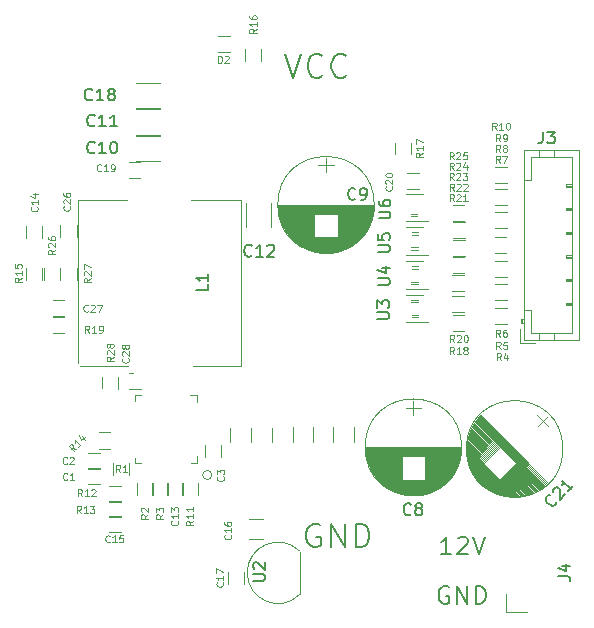
<source format=gbr>
G04 #@! TF.GenerationSoftware,KiCad,Pcbnew,(5.1.2)-2*
G04 #@! TF.CreationDate,2019-09-12T15:30:06+01:00*
G04 #@! TF.ProjectId,DCStepDown,44435374-6570-4446-9f77-6e2e6b696361,rev?*
G04 #@! TF.SameCoordinates,Original*
G04 #@! TF.FileFunction,Legend,Top*
G04 #@! TF.FilePolarity,Positive*
%FSLAX46Y46*%
G04 Gerber Fmt 4.6, Leading zero omitted, Abs format (unit mm)*
G04 Created by KiCad (PCBNEW (5.1.2)-2) date 2019-09-12 15:30:06*
%MOMM*%
%LPD*%
G04 APERTURE LIST*
%ADD10C,0.200000*%
%ADD11C,0.100000*%
%ADD12C,0.120000*%
%ADD13C,0.150000*%
%ADD14R,0.900000X0.800000*%
%ADD15O,3.000000X2.350000*%
%ADD16R,1.600000X1.600000*%
%ADD17C,1.600000*%
%ADD18C,2.200000*%
%ADD19R,0.800000X0.900000*%
%ADD20R,1.300000X0.900000*%
%ADD21R,0.850000X0.400000*%
%ADD22C,1.700000*%
%ADD23O,1.700000X1.700000*%
%ADD24R,1.700000X1.200000*%
%ADD25O,1.700000X1.200000*%
%ADD26R,1.200000X1.700000*%
%ADD27R,0.680000X2.180000*%
%ADD28R,2.580000X2.180000*%
%ADD29R,3.500000X1.580000*%
%ADD30R,0.750000X0.300000*%
%ADD31R,0.750000X1.800000*%
%ADD32R,0.300000X0.750000*%
%ADD33R,0.900000X1.300000*%
%ADD34R,4.500000X4.400000*%
%ADD35O,1.500000X0.900000*%
%ADD36R,1.500000X0.900000*%
G04 APERTURE END LIST*
D10*
X155771428Y-125203571D02*
X154914285Y-125203571D01*
X155342857Y-125203571D02*
X155342857Y-123703571D01*
X155200000Y-123917857D01*
X155057142Y-124060714D01*
X154914285Y-124132142D01*
X156342857Y-123846428D02*
X156414285Y-123775000D01*
X156557142Y-123703571D01*
X156914285Y-123703571D01*
X157057142Y-123775000D01*
X157128571Y-123846428D01*
X157200000Y-123989285D01*
X157200000Y-124132142D01*
X157128571Y-124346428D01*
X156271428Y-125203571D01*
X157200000Y-125203571D01*
X157628571Y-123703571D02*
X158128571Y-125203571D01*
X158628571Y-123703571D01*
X155532142Y-127950000D02*
X155389285Y-127878571D01*
X155175000Y-127878571D01*
X154960714Y-127950000D01*
X154817857Y-128092857D01*
X154746428Y-128235714D01*
X154675000Y-128521428D01*
X154675000Y-128735714D01*
X154746428Y-129021428D01*
X154817857Y-129164285D01*
X154960714Y-129307142D01*
X155175000Y-129378571D01*
X155317857Y-129378571D01*
X155532142Y-129307142D01*
X155603571Y-129235714D01*
X155603571Y-128735714D01*
X155317857Y-128735714D01*
X156246428Y-129378571D02*
X156246428Y-127878571D01*
X157103571Y-129378571D01*
X157103571Y-127878571D01*
X157817857Y-129378571D02*
X157817857Y-127878571D01*
X158175000Y-127878571D01*
X158389285Y-127950000D01*
X158532142Y-128092857D01*
X158603571Y-128235714D01*
X158675000Y-128521428D01*
X158675000Y-128735714D01*
X158603571Y-129021428D01*
X158532142Y-129164285D01*
X158389285Y-129307142D01*
X158175000Y-129378571D01*
X157817857Y-129378571D01*
D11*
X152358333Y-96375000D02*
X152891666Y-96375000D01*
X152891666Y-96575000D02*
X152358333Y-96575000D01*
X152408333Y-97925000D02*
X152941666Y-97925000D01*
X152941666Y-98125000D02*
X152408333Y-98125000D01*
X152383333Y-99200000D02*
X152916666Y-99200000D01*
X152916666Y-99400000D02*
X152383333Y-99400000D01*
X152408333Y-100800000D02*
X152941666Y-100800000D01*
X152941666Y-101000000D02*
X152408333Y-101000000D01*
X152383333Y-102100000D02*
X152916666Y-102100000D01*
X152916666Y-102300000D02*
X152383333Y-102300000D01*
X152383333Y-103625000D02*
X152916666Y-103625000D01*
X152916666Y-103825000D02*
X152383333Y-103825000D01*
X152408333Y-104925000D02*
X152941666Y-104925000D01*
X152941666Y-105125000D02*
X152408333Y-105125000D01*
D10*
X144626190Y-122700000D02*
X144435714Y-122604761D01*
X144150000Y-122604761D01*
X143864285Y-122700000D01*
X143673809Y-122890476D01*
X143578571Y-123080952D01*
X143483333Y-123461904D01*
X143483333Y-123747619D01*
X143578571Y-124128571D01*
X143673809Y-124319047D01*
X143864285Y-124509523D01*
X144150000Y-124604761D01*
X144340476Y-124604761D01*
X144626190Y-124509523D01*
X144721428Y-124414285D01*
X144721428Y-123747619D01*
X144340476Y-123747619D01*
X145578571Y-124604761D02*
X145578571Y-122604761D01*
X146721428Y-124604761D01*
X146721428Y-122604761D01*
X147673809Y-124604761D02*
X147673809Y-122604761D01*
X148150000Y-122604761D01*
X148435714Y-122700000D01*
X148626190Y-122890476D01*
X148721428Y-123080952D01*
X148816666Y-123461904D01*
X148816666Y-123747619D01*
X148721428Y-124128571D01*
X148626190Y-124319047D01*
X148435714Y-124509523D01*
X148150000Y-124604761D01*
X147673809Y-124604761D01*
X141708333Y-82829761D02*
X142375000Y-84829761D01*
X143041666Y-82829761D01*
X144851190Y-84639285D02*
X144755952Y-84734523D01*
X144470238Y-84829761D01*
X144279761Y-84829761D01*
X143994047Y-84734523D01*
X143803571Y-84544047D01*
X143708333Y-84353571D01*
X143613095Y-83972619D01*
X143613095Y-83686904D01*
X143708333Y-83305952D01*
X143803571Y-83115476D01*
X143994047Y-82925000D01*
X144279761Y-82829761D01*
X144470238Y-82829761D01*
X144755952Y-82925000D01*
X144851190Y-83020238D01*
X146851190Y-84639285D02*
X146755952Y-84734523D01*
X146470238Y-84829761D01*
X146279761Y-84829761D01*
X145994047Y-84734523D01*
X145803571Y-84544047D01*
X145708333Y-84353571D01*
X145613095Y-83972619D01*
X145613095Y-83686904D01*
X145708333Y-83305952D01*
X145803571Y-83115476D01*
X145994047Y-82925000D01*
X146279761Y-82829761D01*
X146470238Y-82829761D01*
X146755952Y-82925000D01*
X146851190Y-83020238D01*
D12*
X136870000Y-127675000D02*
X136870000Y-126675000D01*
X138230000Y-126675000D02*
X138230000Y-127675000D01*
X160350000Y-128550000D02*
X160350000Y-130100000D01*
X160350000Y-130100000D02*
X162200000Y-130100000D01*
X156640000Y-116125000D02*
G75*
G03X156640000Y-116125000I-4090000J0D01*
G01*
X156600000Y-116125000D02*
X148500000Y-116125000D01*
X156600000Y-116165000D02*
X148500000Y-116165000D01*
X156600000Y-116205000D02*
X148500000Y-116205000D01*
X156599000Y-116245000D02*
X148501000Y-116245000D01*
X156597000Y-116285000D02*
X148503000Y-116285000D01*
X156596000Y-116325000D02*
X148504000Y-116325000D01*
X156593000Y-116365000D02*
X148507000Y-116365000D01*
X156591000Y-116405000D02*
X148509000Y-116405000D01*
X156588000Y-116445000D02*
X148512000Y-116445000D01*
X156585000Y-116485000D02*
X148515000Y-116485000D01*
X156581000Y-116525000D02*
X148519000Y-116525000D01*
X156577000Y-116565000D02*
X148523000Y-116565000D01*
X156572000Y-116605000D02*
X148528000Y-116605000D01*
X156567000Y-116645000D02*
X148533000Y-116645000D01*
X156562000Y-116685000D02*
X148538000Y-116685000D01*
X156556000Y-116725000D02*
X148544000Y-116725000D01*
X156550000Y-116765000D02*
X148550000Y-116765000D01*
X156544000Y-116805000D02*
X148556000Y-116805000D01*
X156537000Y-116846000D02*
X148563000Y-116846000D01*
X156529000Y-116886000D02*
X148571000Y-116886000D01*
X156521000Y-116926000D02*
X153530000Y-116926000D01*
X151570000Y-116926000D02*
X148579000Y-116926000D01*
X156513000Y-116966000D02*
X153530000Y-116966000D01*
X151570000Y-116966000D02*
X148587000Y-116966000D01*
X156505000Y-117006000D02*
X153530000Y-117006000D01*
X151570000Y-117006000D02*
X148595000Y-117006000D01*
X156496000Y-117046000D02*
X153530000Y-117046000D01*
X151570000Y-117046000D02*
X148604000Y-117046000D01*
X156486000Y-117086000D02*
X153530000Y-117086000D01*
X151570000Y-117086000D02*
X148614000Y-117086000D01*
X156476000Y-117126000D02*
X153530000Y-117126000D01*
X151570000Y-117126000D02*
X148624000Y-117126000D01*
X156466000Y-117166000D02*
X153530000Y-117166000D01*
X151570000Y-117166000D02*
X148634000Y-117166000D01*
X156455000Y-117206000D02*
X153530000Y-117206000D01*
X151570000Y-117206000D02*
X148645000Y-117206000D01*
X156444000Y-117246000D02*
X153530000Y-117246000D01*
X151570000Y-117246000D02*
X148656000Y-117246000D01*
X156433000Y-117286000D02*
X153530000Y-117286000D01*
X151570000Y-117286000D02*
X148667000Y-117286000D01*
X156420000Y-117326000D02*
X153530000Y-117326000D01*
X151570000Y-117326000D02*
X148680000Y-117326000D01*
X156408000Y-117366000D02*
X153530000Y-117366000D01*
X151570000Y-117366000D02*
X148692000Y-117366000D01*
X156395000Y-117406000D02*
X153530000Y-117406000D01*
X151570000Y-117406000D02*
X148705000Y-117406000D01*
X156382000Y-117446000D02*
X153530000Y-117446000D01*
X151570000Y-117446000D02*
X148718000Y-117446000D01*
X156368000Y-117486000D02*
X153530000Y-117486000D01*
X151570000Y-117486000D02*
X148732000Y-117486000D01*
X156353000Y-117526000D02*
X153530000Y-117526000D01*
X151570000Y-117526000D02*
X148747000Y-117526000D01*
X156339000Y-117566000D02*
X153530000Y-117566000D01*
X151570000Y-117566000D02*
X148761000Y-117566000D01*
X156323000Y-117606000D02*
X153530000Y-117606000D01*
X151570000Y-117606000D02*
X148777000Y-117606000D01*
X156308000Y-117646000D02*
X153530000Y-117646000D01*
X151570000Y-117646000D02*
X148792000Y-117646000D01*
X156291000Y-117686000D02*
X153530000Y-117686000D01*
X151570000Y-117686000D02*
X148809000Y-117686000D01*
X156275000Y-117726000D02*
X153530000Y-117726000D01*
X151570000Y-117726000D02*
X148825000Y-117726000D01*
X156257000Y-117766000D02*
X153530000Y-117766000D01*
X151570000Y-117766000D02*
X148843000Y-117766000D01*
X156240000Y-117806000D02*
X153530000Y-117806000D01*
X151570000Y-117806000D02*
X148860000Y-117806000D01*
X156221000Y-117846000D02*
X153530000Y-117846000D01*
X151570000Y-117846000D02*
X148879000Y-117846000D01*
X156202000Y-117886000D02*
X153530000Y-117886000D01*
X151570000Y-117886000D02*
X148898000Y-117886000D01*
X156183000Y-117926000D02*
X153530000Y-117926000D01*
X151570000Y-117926000D02*
X148917000Y-117926000D01*
X156163000Y-117966000D02*
X153530000Y-117966000D01*
X151570000Y-117966000D02*
X148937000Y-117966000D01*
X156143000Y-118006000D02*
X153530000Y-118006000D01*
X151570000Y-118006000D02*
X148957000Y-118006000D01*
X156122000Y-118046000D02*
X153530000Y-118046000D01*
X151570000Y-118046000D02*
X148978000Y-118046000D01*
X156100000Y-118086000D02*
X153530000Y-118086000D01*
X151570000Y-118086000D02*
X149000000Y-118086000D01*
X156078000Y-118126000D02*
X153530000Y-118126000D01*
X151570000Y-118126000D02*
X149022000Y-118126000D01*
X156055000Y-118166000D02*
X153530000Y-118166000D01*
X151570000Y-118166000D02*
X149045000Y-118166000D01*
X156032000Y-118206000D02*
X153530000Y-118206000D01*
X151570000Y-118206000D02*
X149068000Y-118206000D01*
X156008000Y-118246000D02*
X153530000Y-118246000D01*
X151570000Y-118246000D02*
X149092000Y-118246000D01*
X155984000Y-118286000D02*
X153530000Y-118286000D01*
X151570000Y-118286000D02*
X149116000Y-118286000D01*
X155958000Y-118326000D02*
X153530000Y-118326000D01*
X151570000Y-118326000D02*
X149142000Y-118326000D01*
X155933000Y-118366000D02*
X153530000Y-118366000D01*
X151570000Y-118366000D02*
X149167000Y-118366000D01*
X155906000Y-118406000D02*
X153530000Y-118406000D01*
X151570000Y-118406000D02*
X149194000Y-118406000D01*
X155879000Y-118446000D02*
X153530000Y-118446000D01*
X151570000Y-118446000D02*
X149221000Y-118446000D01*
X155851000Y-118486000D02*
X153530000Y-118486000D01*
X151570000Y-118486000D02*
X149249000Y-118486000D01*
X155822000Y-118526000D02*
X153530000Y-118526000D01*
X151570000Y-118526000D02*
X149278000Y-118526000D01*
X155793000Y-118566000D02*
X153530000Y-118566000D01*
X151570000Y-118566000D02*
X149307000Y-118566000D01*
X155763000Y-118606000D02*
X153530000Y-118606000D01*
X151570000Y-118606000D02*
X149337000Y-118606000D01*
X155732000Y-118646000D02*
X153530000Y-118646000D01*
X151570000Y-118646000D02*
X149368000Y-118646000D01*
X155700000Y-118686000D02*
X153530000Y-118686000D01*
X151570000Y-118686000D02*
X149400000Y-118686000D01*
X155668000Y-118726000D02*
X153530000Y-118726000D01*
X151570000Y-118726000D02*
X149432000Y-118726000D01*
X155634000Y-118766000D02*
X153530000Y-118766000D01*
X151570000Y-118766000D02*
X149466000Y-118766000D01*
X155600000Y-118806000D02*
X153530000Y-118806000D01*
X151570000Y-118806000D02*
X149500000Y-118806000D01*
X155565000Y-118846000D02*
X153530000Y-118846000D01*
X151570000Y-118846000D02*
X149535000Y-118846000D01*
X155529000Y-118886000D02*
X149571000Y-118886000D01*
X155492000Y-118926000D02*
X149608000Y-118926000D01*
X155454000Y-118966000D02*
X149646000Y-118966000D01*
X155415000Y-119006000D02*
X149685000Y-119006000D01*
X155374000Y-119046000D02*
X149726000Y-119046000D01*
X155333000Y-119086000D02*
X149767000Y-119086000D01*
X155290000Y-119126000D02*
X149810000Y-119126000D01*
X155247000Y-119166000D02*
X149853000Y-119166000D01*
X155202000Y-119206000D02*
X149898000Y-119206000D01*
X155155000Y-119246000D02*
X149945000Y-119246000D01*
X155107000Y-119286000D02*
X149993000Y-119286000D01*
X155058000Y-119326000D02*
X150042000Y-119326000D01*
X155007000Y-119366000D02*
X150093000Y-119366000D01*
X154954000Y-119406000D02*
X150146000Y-119406000D01*
X154899000Y-119446000D02*
X150201000Y-119446000D01*
X154843000Y-119486000D02*
X150257000Y-119486000D01*
X154784000Y-119526000D02*
X150316000Y-119526000D01*
X154723000Y-119566000D02*
X150377000Y-119566000D01*
X154659000Y-119606000D02*
X150441000Y-119606000D01*
X154593000Y-119646000D02*
X150507000Y-119646000D01*
X154524000Y-119686000D02*
X150576000Y-119686000D01*
X154452000Y-119726000D02*
X150648000Y-119726000D01*
X154376000Y-119766000D02*
X150724000Y-119766000D01*
X154295000Y-119806000D02*
X150805000Y-119806000D01*
X154210000Y-119846000D02*
X150890000Y-119846000D01*
X154120000Y-119886000D02*
X150980000Y-119886000D01*
X154023000Y-119926000D02*
X151077000Y-119926000D01*
X153919000Y-119966000D02*
X151181000Y-119966000D01*
X153804000Y-120006000D02*
X151296000Y-120006000D01*
X153677000Y-120046000D02*
X151423000Y-120046000D01*
X153533000Y-120086000D02*
X151567000Y-120086000D01*
X153364000Y-120126000D02*
X151736000Y-120126000D01*
X153148000Y-120166000D02*
X151952000Y-120166000D01*
X152796000Y-120206000D02*
X152304000Y-120206000D01*
X152550000Y-112175000D02*
X152550000Y-113375000D01*
X153200000Y-112775000D02*
X151900000Y-112775000D01*
X124030000Y-100950000D02*
X124030000Y-101950000D01*
X122670000Y-101950000D02*
X122670000Y-100950000D01*
X128500000Y-109820000D02*
X129500000Y-109820000D01*
X129500000Y-111180000D02*
X128500000Y-111180000D01*
X126220000Y-111200000D02*
X126220000Y-110200000D01*
X127580000Y-110200000D02*
X127580000Y-111200000D01*
X122605000Y-100950000D02*
X122605000Y-101950000D01*
X121245000Y-101950000D02*
X121245000Y-100950000D01*
X124030000Y-97300000D02*
X124030000Y-98300000D01*
X122670000Y-98300000D02*
X122670000Y-97300000D01*
X156875000Y-96980000D02*
X155875000Y-96980000D01*
X155875000Y-95620000D02*
X156875000Y-95620000D01*
X156900000Y-98405000D02*
X155900000Y-98405000D01*
X155900000Y-97045000D02*
X156900000Y-97045000D01*
X156900000Y-99905000D02*
X155900000Y-99905000D01*
X155900000Y-98545000D02*
X156900000Y-98545000D01*
X156875000Y-101380000D02*
X155875000Y-101380000D01*
X155875000Y-100020000D02*
X156875000Y-100020000D01*
X156850000Y-102905000D02*
X155850000Y-102905000D01*
X155850000Y-101545000D02*
X156850000Y-101545000D01*
X156850000Y-104655000D02*
X155850000Y-104655000D01*
X155850000Y-103295000D02*
X156850000Y-103295000D01*
X156875000Y-106255000D02*
X155875000Y-106255000D01*
X155875000Y-104895000D02*
X156875000Y-104895000D01*
X123000000Y-106480000D02*
X122000000Y-106480000D01*
X122000000Y-105120000D02*
X123000000Y-105120000D01*
X122000000Y-103645000D02*
X123000000Y-103645000D01*
X123000000Y-105005000D02*
X122000000Y-105005000D01*
X121130000Y-97375000D02*
X121130000Y-98375000D01*
X119770000Y-98375000D02*
X119770000Y-97375000D01*
X151020000Y-91325000D02*
X151020000Y-90325000D01*
X152380000Y-90325000D02*
X152380000Y-91325000D01*
X144080000Y-114450000D02*
X144080000Y-115650000D01*
X142320000Y-115650000D02*
X142320000Y-114450000D01*
X145780000Y-114450000D02*
X145780000Y-115650000D01*
X144020000Y-115650000D02*
X144020000Y-114450000D01*
X165202563Y-116262437D02*
G75*
G03X165202563Y-116262437I-4090000J0D01*
G01*
X163976346Y-119126219D02*
X158248781Y-113398654D01*
X163948061Y-119154504D02*
X158220496Y-113426939D01*
X163919777Y-119182788D02*
X158192212Y-113455223D01*
X163890786Y-119210365D02*
X158164635Y-113484214D01*
X163861087Y-119237235D02*
X158137765Y-113513913D01*
X163832096Y-119264812D02*
X158110188Y-113542904D01*
X163801690Y-119290975D02*
X158084025Y-113573310D01*
X163771992Y-119317845D02*
X158057155Y-113603008D01*
X163741586Y-119344008D02*
X158030992Y-113633414D01*
X163711181Y-119370171D02*
X158004829Y-113663819D01*
X163680068Y-119395627D02*
X157979373Y-113694932D01*
X163648955Y-119421083D02*
X157953917Y-113726045D01*
X163617135Y-119445832D02*
X157929168Y-113757865D01*
X163585316Y-119470580D02*
X157904420Y-113789684D01*
X163553496Y-119495329D02*
X157879671Y-113821504D01*
X163520969Y-119519371D02*
X157855629Y-113854031D01*
X163488442Y-119543412D02*
X157831588Y-113886558D01*
X163455915Y-119567454D02*
X157807546Y-113919085D01*
X163421974Y-119591496D02*
X157783504Y-113953026D01*
X163388033Y-119614123D02*
X157760877Y-113986967D01*
X163354092Y-119636750D02*
X161239135Y-117521794D01*
X159853206Y-116135865D02*
X157738250Y-114020908D01*
X163320151Y-119659378D02*
X161210851Y-117550078D01*
X159824922Y-116164149D02*
X157715622Y-114054849D01*
X163286209Y-119682005D02*
X161182567Y-117578363D01*
X159796637Y-116192433D02*
X157692995Y-114088791D01*
X163251561Y-119703926D02*
X161154282Y-117606647D01*
X159768353Y-116220718D02*
X157671074Y-114123439D01*
X163216206Y-119725139D02*
X161125998Y-117634931D01*
X159740069Y-116249002D02*
X157649861Y-114158794D01*
X163180850Y-119746352D02*
X161097714Y-117663215D01*
X159711785Y-116277286D02*
X157628648Y-114194150D01*
X163145495Y-119767565D02*
X161069430Y-117691500D01*
X159683500Y-116305570D02*
X157607435Y-114229505D01*
X163109433Y-119788071D02*
X161041145Y-117719784D01*
X159655216Y-116333855D02*
X157586929Y-114265567D01*
X163073370Y-119808577D02*
X161012861Y-117748068D01*
X159626932Y-116362139D02*
X157566423Y-114301630D01*
X163037308Y-119829083D02*
X160984577Y-117776352D01*
X159598648Y-116390423D02*
X157545917Y-114337692D01*
X162999831Y-119848175D02*
X160956293Y-117804637D01*
X159570363Y-116418707D02*
X157526825Y-114375169D01*
X162963062Y-119867974D02*
X160928008Y-117832921D01*
X159542079Y-116446992D02*
X157507026Y-114411938D01*
X162925585Y-119887066D02*
X160899724Y-117861205D01*
X159513795Y-116475276D02*
X157487934Y-114449415D01*
X162888108Y-119906158D02*
X160871440Y-117889490D01*
X159485510Y-116503560D02*
X157468842Y-114486892D01*
X162849924Y-119924543D02*
X160843155Y-117917774D01*
X159457226Y-116531845D02*
X157450457Y-114525076D01*
X162811034Y-119942221D02*
X160814871Y-117946058D01*
X159428942Y-116560129D02*
X157432779Y-114563966D01*
X162772850Y-119960605D02*
X160786587Y-117974342D01*
X159400658Y-116588413D02*
X157414395Y-114602150D01*
X162733252Y-119977576D02*
X160758303Y-118002627D01*
X159372373Y-116616697D02*
X157397424Y-114641748D01*
X162694361Y-119995254D02*
X160730018Y-118030911D01*
X159344089Y-116644982D02*
X157379746Y-114680639D01*
X162654056Y-120011517D02*
X160701734Y-118059195D01*
X159315805Y-116673266D02*
X157363483Y-114720944D01*
X162614458Y-120028488D02*
X160673450Y-118087479D01*
X159287521Y-116701550D02*
X157346512Y-114760542D01*
X162573446Y-120044044D02*
X160645166Y-118115764D01*
X159259236Y-116729834D02*
X157330956Y-114801554D01*
X162533141Y-120060307D02*
X160616881Y-118144048D01*
X159230952Y-116758119D02*
X157314693Y-114841859D01*
X162491421Y-120075157D02*
X160588597Y-118172332D01*
X159202668Y-116786403D02*
X157299843Y-114883579D01*
X162449702Y-120090006D02*
X160560313Y-118200617D01*
X159174383Y-116814687D02*
X157284994Y-114925298D01*
X162407983Y-120104855D02*
X160532028Y-118228901D01*
X159146099Y-116842972D02*
X157270145Y-114967017D01*
X162365556Y-120118997D02*
X160503744Y-118257185D01*
X159117815Y-116871256D02*
X157256003Y-115009444D01*
X162323130Y-120133139D02*
X160475460Y-118285469D01*
X159089531Y-116899540D02*
X157241861Y-115051870D01*
X162279996Y-120146574D02*
X160447176Y-118313754D01*
X159061246Y-116927824D02*
X157228426Y-115095004D01*
X162236156Y-120159302D02*
X160418891Y-118342038D01*
X159032962Y-116956109D02*
X157215698Y-115138844D01*
X162192315Y-120172030D02*
X160390607Y-118370322D01*
X159004678Y-116984393D02*
X157202970Y-115182685D01*
X162147767Y-120184051D02*
X160362323Y-118398606D01*
X158976394Y-117012677D02*
X157190949Y-115227233D01*
X162103220Y-120196072D02*
X160334039Y-118426891D01*
X158948109Y-117040961D02*
X157178928Y-115271780D01*
X162057965Y-120207386D02*
X160305754Y-118455175D01*
X158919825Y-117069246D02*
X157167614Y-115317035D01*
X162012710Y-120218699D02*
X160277470Y-118483459D01*
X158891541Y-117097530D02*
X157156301Y-115362290D01*
X161966041Y-120228599D02*
X160249186Y-118511744D01*
X158863256Y-117125814D02*
X157146401Y-115408959D01*
X161920079Y-120239205D02*
X160220901Y-118540028D01*
X158834972Y-117154099D02*
X157135795Y-115454921D01*
X161872703Y-120248398D02*
X160192617Y-118568312D01*
X158806688Y-117182383D02*
X157126602Y-115502297D01*
X161825327Y-120257590D02*
X160164333Y-118596596D01*
X158778404Y-117210667D02*
X157117410Y-115549673D01*
X161777244Y-120266075D02*
X160136049Y-118624881D01*
X158750119Y-117238951D02*
X157108925Y-115597756D01*
X161728453Y-120273854D02*
X160107764Y-118653165D01*
X158721835Y-117267236D02*
X157101146Y-115646547D01*
X161679663Y-120281632D02*
X160079480Y-118681449D01*
X158693551Y-117295520D02*
X157093368Y-115695337D01*
X161630165Y-120288703D02*
X160051196Y-118709733D01*
X158665267Y-117323804D02*
X157086297Y-115744835D01*
X161579961Y-120295067D02*
X160022912Y-118738018D01*
X158636982Y-117352088D02*
X157079933Y-115795039D01*
X161529049Y-120300724D02*
X159994627Y-118766302D01*
X158608698Y-117380373D02*
X157074276Y-115845951D01*
X161478137Y-120306381D02*
X159966343Y-118794586D01*
X158580414Y-117408657D02*
X157068619Y-115896863D01*
X161425811Y-120310623D02*
X159938059Y-118822871D01*
X158552129Y-117436941D02*
X157064377Y-115949189D01*
X161373486Y-120314866D02*
X159909774Y-118851155D01*
X158523845Y-117465226D02*
X157060134Y-116001514D01*
X161320453Y-120318401D02*
X159881490Y-118879439D01*
X158495561Y-117493510D02*
X157056599Y-116054547D01*
X161266712Y-120321230D02*
X157053770Y-116108288D01*
X161212265Y-120323351D02*
X157051649Y-116162735D01*
X161157111Y-120324765D02*
X157050235Y-116217889D01*
X161101249Y-120325472D02*
X157049528Y-116273751D01*
X161043974Y-120324765D02*
X157050235Y-116331026D01*
X160986698Y-120324058D02*
X157050942Y-116388302D01*
X160928008Y-120321937D02*
X157053063Y-116446992D01*
X160869318Y-120319816D02*
X157055184Y-116505682D01*
X160809214Y-120316280D02*
X157058720Y-116565786D01*
X160747696Y-120311330D02*
X157063670Y-116627304D01*
X160685471Y-120305673D02*
X157069327Y-116689529D01*
X160622538Y-120299309D02*
X157075691Y-116752462D01*
X160558191Y-120291531D02*
X157083469Y-116816809D01*
X160492430Y-120282339D02*
X157092661Y-116882570D01*
X160425255Y-120271732D02*
X157103268Y-116949745D01*
X160357373Y-120260419D02*
X157114581Y-117017627D01*
X160287370Y-120246984D02*
X157128016Y-117087630D01*
X160215952Y-120232134D02*
X157142866Y-117159048D01*
X160142413Y-120215164D02*
X157159836Y-117232587D01*
X160067459Y-120196779D02*
X157178221Y-117307541D01*
X159990385Y-120176273D02*
X157198727Y-117384615D01*
X159911189Y-120153645D02*
X157221355Y-117463811D01*
X159829164Y-120128190D02*
X157246810Y-117545836D01*
X159743604Y-120099198D02*
X157275802Y-117631396D01*
X159655216Y-120067378D02*
X157307622Y-117719784D01*
X159563292Y-120032023D02*
X157342977Y-117811708D01*
X159466419Y-119991718D02*
X157383282Y-117908581D01*
X159364595Y-119946463D02*
X157428537Y-118010405D01*
X159254994Y-119893430D02*
X157481570Y-118120006D01*
X159136907Y-119831912D02*
X157543088Y-118238093D01*
X159006799Y-119758373D02*
X157616627Y-118368201D01*
X158859014Y-119667156D02*
X157707844Y-118515986D01*
X158677994Y-119542705D02*
X157832295Y-118697006D01*
X158400809Y-119322088D02*
X158052912Y-118974191D01*
X163905635Y-113469365D02*
X163057107Y-114317893D01*
X163940990Y-114353249D02*
X163021751Y-113434010D01*
X151925000Y-96985000D02*
X153825000Y-96985000D01*
X153325000Y-94665000D02*
X151925000Y-94665000D01*
X159500000Y-94220000D02*
X160500000Y-94220000D01*
X160500000Y-95580000D02*
X159500000Y-95580000D01*
X151925000Y-99835000D02*
X153825000Y-99835000D01*
X153325000Y-97515000D02*
X151925000Y-97515000D01*
X151925000Y-102710000D02*
X153825000Y-102710000D01*
X153325000Y-100390000D02*
X151925000Y-100390000D01*
X151925000Y-105535000D02*
X153825000Y-105535000D01*
X153325000Y-103215000D02*
X151925000Y-103215000D01*
X152050000Y-92920000D02*
X153050000Y-92920000D01*
X153050000Y-94280000D02*
X152050000Y-94280000D01*
X159425000Y-98295000D02*
X160425000Y-98295000D01*
X160425000Y-99655000D02*
X159425000Y-99655000D01*
X159500000Y-96220000D02*
X160500000Y-96220000D01*
X160500000Y-97580000D02*
X159500000Y-97580000D01*
X159450000Y-100345000D02*
X160450000Y-100345000D01*
X160450000Y-101705000D02*
X159450000Y-101705000D01*
X159450000Y-104320000D02*
X160450000Y-104320000D01*
X160450000Y-105680000D02*
X159450000Y-105680000D01*
X159450000Y-92395000D02*
X160450000Y-92395000D01*
X160450000Y-93755000D02*
X159450000Y-93755000D01*
X161875000Y-107025000D02*
X166575000Y-107025000D01*
X166575000Y-107025000D02*
X166575000Y-90925000D01*
X166575000Y-90925000D02*
X161875000Y-90925000D01*
X161875000Y-90925000D02*
X161875000Y-107025000D01*
X161875000Y-104475000D02*
X162475000Y-104475000D01*
X162475000Y-104475000D02*
X162475000Y-106425000D01*
X162475000Y-106425000D02*
X165975000Y-106425000D01*
X165975000Y-106425000D02*
X165975000Y-91525000D01*
X165975000Y-91525000D02*
X162475000Y-91525000D01*
X162475000Y-91525000D02*
X162475000Y-93475000D01*
X162475000Y-93475000D02*
X161875000Y-93475000D01*
X163175000Y-107025000D02*
X163175000Y-106425000D01*
X164475000Y-107025000D02*
X164475000Y-106425000D01*
X163175000Y-90925000D02*
X163175000Y-91525000D01*
X164475000Y-90925000D02*
X164475000Y-91525000D01*
X161875000Y-105275000D02*
X161675000Y-105275000D01*
X161675000Y-105275000D02*
X161675000Y-105575000D01*
X161675000Y-105575000D02*
X161875000Y-105575000D01*
X161775000Y-105275000D02*
X161775000Y-105575000D01*
X165975000Y-104075000D02*
X165475000Y-104075000D01*
X165475000Y-104075000D02*
X165475000Y-103875000D01*
X165475000Y-103875000D02*
X165975000Y-103875000D01*
X165975000Y-103975000D02*
X165475000Y-103975000D01*
X165975000Y-102075000D02*
X165475000Y-102075000D01*
X165475000Y-102075000D02*
X165475000Y-101875000D01*
X165475000Y-101875000D02*
X165975000Y-101875000D01*
X165975000Y-101975000D02*
X165475000Y-101975000D01*
X165975000Y-100075000D02*
X165475000Y-100075000D01*
X165475000Y-100075000D02*
X165475000Y-99875000D01*
X165475000Y-99875000D02*
X165975000Y-99875000D01*
X165975000Y-99975000D02*
X165475000Y-99975000D01*
X165975000Y-98075000D02*
X165475000Y-98075000D01*
X165475000Y-98075000D02*
X165475000Y-97875000D01*
X165475000Y-97875000D02*
X165975000Y-97875000D01*
X165975000Y-97975000D02*
X165475000Y-97975000D01*
X165975000Y-96075000D02*
X165475000Y-96075000D01*
X165475000Y-96075000D02*
X165475000Y-95875000D01*
X165475000Y-95875000D02*
X165975000Y-95875000D01*
X165975000Y-95975000D02*
X165475000Y-95975000D01*
X165975000Y-94075000D02*
X165475000Y-94075000D01*
X165475000Y-94075000D02*
X165475000Y-93875000D01*
X165475000Y-93875000D02*
X165975000Y-93875000D01*
X165975000Y-93975000D02*
X165475000Y-93975000D01*
X161575000Y-106075000D02*
X161575000Y-107325000D01*
X161575000Y-107325000D02*
X162825000Y-107325000D01*
X159450000Y-102320000D02*
X160450000Y-102320000D01*
X160450000Y-103680000D02*
X159450000Y-103680000D01*
X129440000Y-93310000D02*
X128440000Y-93310000D01*
X128440000Y-91950000D02*
X129440000Y-91950000D01*
X131090000Y-87400000D02*
X129090000Y-87400000D01*
X129090000Y-85260000D02*
X131090000Y-85260000D01*
X126900000Y-116230000D02*
X125900000Y-116230000D01*
X125900000Y-114870000D02*
X126900000Y-114870000D01*
X127150000Y-118450000D02*
X127150000Y-117450000D01*
X128510000Y-117450000D02*
X128510000Y-118450000D01*
D11*
X134252000Y-117477000D02*
X133702000Y-117477000D01*
X134252000Y-116902000D02*
X134252000Y-117477000D01*
X134252000Y-111727000D02*
X134252000Y-112277000D01*
X133677000Y-111727000D02*
X134252000Y-111727000D01*
X128977000Y-111727000D02*
X129477000Y-111727000D01*
X128977000Y-112202000D02*
X128977000Y-111727000D01*
X128977000Y-117477000D02*
X128977000Y-117002000D01*
X129502000Y-117477000D02*
X128977000Y-117477000D01*
X135492512Y-118477000D02*
G75*
G03X135492512Y-118477000I-390512J0D01*
G01*
D12*
X138600000Y-122170000D02*
X139800000Y-122170000D01*
X139800000Y-123930000D02*
X138600000Y-123930000D01*
X138280000Y-83390000D02*
X138280000Y-82390000D01*
X139640000Y-82390000D02*
X139640000Y-83390000D01*
X135990000Y-81300000D02*
X136990000Y-81300000D01*
X136990000Y-82660000D02*
X135990000Y-82660000D01*
D11*
X133705000Y-95160000D02*
X137955000Y-95160000D01*
X137955000Y-95160000D02*
X137955000Y-109260000D01*
X137955000Y-109260000D02*
X133855000Y-109260000D01*
X128405000Y-109260000D02*
X124155000Y-109260000D01*
X124155000Y-109260000D02*
X124180000Y-95160000D01*
X124180000Y-95160000D02*
X128330000Y-95160000D01*
D12*
X142925000Y-128555000D02*
X142925000Y-124955000D01*
X142913478Y-128593478D02*
G75*
G02X138475000Y-126755000I-1838478J1838478D01*
G01*
X142913478Y-124916522D02*
G75*
G03X138475000Y-126755000I-1838478J-1838478D01*
G01*
X121080000Y-100925000D02*
X121080000Y-101925000D01*
X119720000Y-101925000D02*
X119720000Y-100925000D01*
X127784000Y-122024000D02*
X126784000Y-122024000D01*
X126784000Y-120664000D02*
X127784000Y-120664000D01*
X126784000Y-119394000D02*
X127784000Y-119394000D01*
X127784000Y-120754000D02*
X126784000Y-120754000D01*
X134314000Y-119182000D02*
X134314000Y-120182000D01*
X132954000Y-120182000D02*
X132954000Y-119182000D01*
X131774000Y-119182000D02*
X131774000Y-120182000D01*
X130414000Y-120182000D02*
X130414000Y-119182000D01*
X129144000Y-120182000D02*
X129144000Y-119182000D01*
X130504000Y-119182000D02*
X130504000Y-120182000D01*
X126784000Y-121934000D02*
X127784000Y-121934000D01*
X127784000Y-123294000D02*
X126784000Y-123294000D01*
X133044000Y-119182000D02*
X133044000Y-120182000D01*
X131684000Y-120182000D02*
X131684000Y-119182000D01*
X140520000Y-95475000D02*
X140520000Y-97475000D01*
X138380000Y-97475000D02*
X138380000Y-95475000D01*
X131090000Y-89650000D02*
X129090000Y-89650000D01*
X129090000Y-87510000D02*
X131090000Y-87510000D01*
X131090000Y-91900000D02*
X129090000Y-91900000D01*
X129090000Y-89760000D02*
X131090000Y-89760000D01*
X149240000Y-95600000D02*
G75*
G03X149240000Y-95600000I-4090000J0D01*
G01*
X149200000Y-95600000D02*
X141100000Y-95600000D01*
X149200000Y-95640000D02*
X141100000Y-95640000D01*
X149200000Y-95680000D02*
X141100000Y-95680000D01*
X149199000Y-95720000D02*
X141101000Y-95720000D01*
X149197000Y-95760000D02*
X141103000Y-95760000D01*
X149196000Y-95800000D02*
X141104000Y-95800000D01*
X149193000Y-95840000D02*
X141107000Y-95840000D01*
X149191000Y-95880000D02*
X141109000Y-95880000D01*
X149188000Y-95920000D02*
X141112000Y-95920000D01*
X149185000Y-95960000D02*
X141115000Y-95960000D01*
X149181000Y-96000000D02*
X141119000Y-96000000D01*
X149177000Y-96040000D02*
X141123000Y-96040000D01*
X149172000Y-96080000D02*
X141128000Y-96080000D01*
X149167000Y-96120000D02*
X141133000Y-96120000D01*
X149162000Y-96160000D02*
X141138000Y-96160000D01*
X149156000Y-96200000D02*
X141144000Y-96200000D01*
X149150000Y-96240000D02*
X141150000Y-96240000D01*
X149144000Y-96280000D02*
X141156000Y-96280000D01*
X149137000Y-96321000D02*
X141163000Y-96321000D01*
X149129000Y-96361000D02*
X141171000Y-96361000D01*
X149121000Y-96401000D02*
X146130000Y-96401000D01*
X144170000Y-96401000D02*
X141179000Y-96401000D01*
X149113000Y-96441000D02*
X146130000Y-96441000D01*
X144170000Y-96441000D02*
X141187000Y-96441000D01*
X149105000Y-96481000D02*
X146130000Y-96481000D01*
X144170000Y-96481000D02*
X141195000Y-96481000D01*
X149096000Y-96521000D02*
X146130000Y-96521000D01*
X144170000Y-96521000D02*
X141204000Y-96521000D01*
X149086000Y-96561000D02*
X146130000Y-96561000D01*
X144170000Y-96561000D02*
X141214000Y-96561000D01*
X149076000Y-96601000D02*
X146130000Y-96601000D01*
X144170000Y-96601000D02*
X141224000Y-96601000D01*
X149066000Y-96641000D02*
X146130000Y-96641000D01*
X144170000Y-96641000D02*
X141234000Y-96641000D01*
X149055000Y-96681000D02*
X146130000Y-96681000D01*
X144170000Y-96681000D02*
X141245000Y-96681000D01*
X149044000Y-96721000D02*
X146130000Y-96721000D01*
X144170000Y-96721000D02*
X141256000Y-96721000D01*
X149033000Y-96761000D02*
X146130000Y-96761000D01*
X144170000Y-96761000D02*
X141267000Y-96761000D01*
X149020000Y-96801000D02*
X146130000Y-96801000D01*
X144170000Y-96801000D02*
X141280000Y-96801000D01*
X149008000Y-96841000D02*
X146130000Y-96841000D01*
X144170000Y-96841000D02*
X141292000Y-96841000D01*
X148995000Y-96881000D02*
X146130000Y-96881000D01*
X144170000Y-96881000D02*
X141305000Y-96881000D01*
X148982000Y-96921000D02*
X146130000Y-96921000D01*
X144170000Y-96921000D02*
X141318000Y-96921000D01*
X148968000Y-96961000D02*
X146130000Y-96961000D01*
X144170000Y-96961000D02*
X141332000Y-96961000D01*
X148953000Y-97001000D02*
X146130000Y-97001000D01*
X144170000Y-97001000D02*
X141347000Y-97001000D01*
X148939000Y-97041000D02*
X146130000Y-97041000D01*
X144170000Y-97041000D02*
X141361000Y-97041000D01*
X148923000Y-97081000D02*
X146130000Y-97081000D01*
X144170000Y-97081000D02*
X141377000Y-97081000D01*
X148908000Y-97121000D02*
X146130000Y-97121000D01*
X144170000Y-97121000D02*
X141392000Y-97121000D01*
X148891000Y-97161000D02*
X146130000Y-97161000D01*
X144170000Y-97161000D02*
X141409000Y-97161000D01*
X148875000Y-97201000D02*
X146130000Y-97201000D01*
X144170000Y-97201000D02*
X141425000Y-97201000D01*
X148857000Y-97241000D02*
X146130000Y-97241000D01*
X144170000Y-97241000D02*
X141443000Y-97241000D01*
X148840000Y-97281000D02*
X146130000Y-97281000D01*
X144170000Y-97281000D02*
X141460000Y-97281000D01*
X148821000Y-97321000D02*
X146130000Y-97321000D01*
X144170000Y-97321000D02*
X141479000Y-97321000D01*
X148802000Y-97361000D02*
X146130000Y-97361000D01*
X144170000Y-97361000D02*
X141498000Y-97361000D01*
X148783000Y-97401000D02*
X146130000Y-97401000D01*
X144170000Y-97401000D02*
X141517000Y-97401000D01*
X148763000Y-97441000D02*
X146130000Y-97441000D01*
X144170000Y-97441000D02*
X141537000Y-97441000D01*
X148743000Y-97481000D02*
X146130000Y-97481000D01*
X144170000Y-97481000D02*
X141557000Y-97481000D01*
X148722000Y-97521000D02*
X146130000Y-97521000D01*
X144170000Y-97521000D02*
X141578000Y-97521000D01*
X148700000Y-97561000D02*
X146130000Y-97561000D01*
X144170000Y-97561000D02*
X141600000Y-97561000D01*
X148678000Y-97601000D02*
X146130000Y-97601000D01*
X144170000Y-97601000D02*
X141622000Y-97601000D01*
X148655000Y-97641000D02*
X146130000Y-97641000D01*
X144170000Y-97641000D02*
X141645000Y-97641000D01*
X148632000Y-97681000D02*
X146130000Y-97681000D01*
X144170000Y-97681000D02*
X141668000Y-97681000D01*
X148608000Y-97721000D02*
X146130000Y-97721000D01*
X144170000Y-97721000D02*
X141692000Y-97721000D01*
X148584000Y-97761000D02*
X146130000Y-97761000D01*
X144170000Y-97761000D02*
X141716000Y-97761000D01*
X148558000Y-97801000D02*
X146130000Y-97801000D01*
X144170000Y-97801000D02*
X141742000Y-97801000D01*
X148533000Y-97841000D02*
X146130000Y-97841000D01*
X144170000Y-97841000D02*
X141767000Y-97841000D01*
X148506000Y-97881000D02*
X146130000Y-97881000D01*
X144170000Y-97881000D02*
X141794000Y-97881000D01*
X148479000Y-97921000D02*
X146130000Y-97921000D01*
X144170000Y-97921000D02*
X141821000Y-97921000D01*
X148451000Y-97961000D02*
X146130000Y-97961000D01*
X144170000Y-97961000D02*
X141849000Y-97961000D01*
X148422000Y-98001000D02*
X146130000Y-98001000D01*
X144170000Y-98001000D02*
X141878000Y-98001000D01*
X148393000Y-98041000D02*
X146130000Y-98041000D01*
X144170000Y-98041000D02*
X141907000Y-98041000D01*
X148363000Y-98081000D02*
X146130000Y-98081000D01*
X144170000Y-98081000D02*
X141937000Y-98081000D01*
X148332000Y-98121000D02*
X146130000Y-98121000D01*
X144170000Y-98121000D02*
X141968000Y-98121000D01*
X148300000Y-98161000D02*
X146130000Y-98161000D01*
X144170000Y-98161000D02*
X142000000Y-98161000D01*
X148268000Y-98201000D02*
X146130000Y-98201000D01*
X144170000Y-98201000D02*
X142032000Y-98201000D01*
X148234000Y-98241000D02*
X146130000Y-98241000D01*
X144170000Y-98241000D02*
X142066000Y-98241000D01*
X148200000Y-98281000D02*
X146130000Y-98281000D01*
X144170000Y-98281000D02*
X142100000Y-98281000D01*
X148165000Y-98321000D02*
X146130000Y-98321000D01*
X144170000Y-98321000D02*
X142135000Y-98321000D01*
X148129000Y-98361000D02*
X142171000Y-98361000D01*
X148092000Y-98401000D02*
X142208000Y-98401000D01*
X148054000Y-98441000D02*
X142246000Y-98441000D01*
X148015000Y-98481000D02*
X142285000Y-98481000D01*
X147974000Y-98521000D02*
X142326000Y-98521000D01*
X147933000Y-98561000D02*
X142367000Y-98561000D01*
X147890000Y-98601000D02*
X142410000Y-98601000D01*
X147847000Y-98641000D02*
X142453000Y-98641000D01*
X147802000Y-98681000D02*
X142498000Y-98681000D01*
X147755000Y-98721000D02*
X142545000Y-98721000D01*
X147707000Y-98761000D02*
X142593000Y-98761000D01*
X147658000Y-98801000D02*
X142642000Y-98801000D01*
X147607000Y-98841000D02*
X142693000Y-98841000D01*
X147554000Y-98881000D02*
X142746000Y-98881000D01*
X147499000Y-98921000D02*
X142801000Y-98921000D01*
X147443000Y-98961000D02*
X142857000Y-98961000D01*
X147384000Y-99001000D02*
X142916000Y-99001000D01*
X147323000Y-99041000D02*
X142977000Y-99041000D01*
X147259000Y-99081000D02*
X143041000Y-99081000D01*
X147193000Y-99121000D02*
X143107000Y-99121000D01*
X147124000Y-99161000D02*
X143176000Y-99161000D01*
X147052000Y-99201000D02*
X143248000Y-99201000D01*
X146976000Y-99241000D02*
X143324000Y-99241000D01*
X146895000Y-99281000D02*
X143405000Y-99281000D01*
X146810000Y-99321000D02*
X143490000Y-99321000D01*
X146720000Y-99361000D02*
X143580000Y-99361000D01*
X146623000Y-99401000D02*
X143677000Y-99401000D01*
X146519000Y-99441000D02*
X143781000Y-99441000D01*
X146404000Y-99481000D02*
X143896000Y-99481000D01*
X146277000Y-99521000D02*
X144023000Y-99521000D01*
X146133000Y-99561000D02*
X144167000Y-99561000D01*
X145964000Y-99601000D02*
X144336000Y-99601000D01*
X145748000Y-99641000D02*
X144552000Y-99641000D01*
X145396000Y-99681000D02*
X144904000Y-99681000D01*
X145150000Y-91650000D02*
X145150000Y-92850000D01*
X145800000Y-92250000D02*
X144500000Y-92250000D01*
X142346000Y-114458000D02*
X142346000Y-115658000D01*
X140586000Y-115658000D02*
X140586000Y-114458000D01*
X147505000Y-114450000D02*
X147505000Y-115650000D01*
X145745000Y-115650000D02*
X145745000Y-114450000D01*
X140568000Y-114457999D02*
X140568000Y-115657999D01*
X138808000Y-115657999D02*
X138808000Y-114457999D01*
X138790000Y-114458000D02*
X138790000Y-115658000D01*
X137030000Y-115658000D02*
X137030000Y-114458000D01*
X134900000Y-116910000D02*
X134900000Y-115910000D01*
X136260000Y-115910000D02*
X136260000Y-116910000D01*
X126006000Y-117960000D02*
X125006000Y-117960000D01*
X125006000Y-116600000D02*
X126006000Y-116600000D01*
X126006000Y-119230000D02*
X125006000Y-119230000D01*
X125006000Y-117870000D02*
X126006000Y-117870000D01*
D11*
X136414285Y-127560714D02*
X136442857Y-127589285D01*
X136471428Y-127675000D01*
X136471428Y-127732142D01*
X136442857Y-127817857D01*
X136385714Y-127875000D01*
X136328571Y-127903571D01*
X136214285Y-127932142D01*
X136128571Y-127932142D01*
X136014285Y-127903571D01*
X135957142Y-127875000D01*
X135900000Y-127817857D01*
X135871428Y-127732142D01*
X135871428Y-127675000D01*
X135900000Y-127589285D01*
X135928571Y-127560714D01*
X136471428Y-126989285D02*
X136471428Y-127332142D01*
X136471428Y-127160714D02*
X135871428Y-127160714D01*
X135957142Y-127217857D01*
X136014285Y-127275000D01*
X136042857Y-127332142D01*
X135871428Y-126789285D02*
X135871428Y-126389285D01*
X136471428Y-126646428D01*
D13*
X164827380Y-127043333D02*
X165541666Y-127043333D01*
X165684523Y-127090952D01*
X165779761Y-127186190D01*
X165827380Y-127329047D01*
X165827380Y-127424285D01*
X165160714Y-126138571D02*
X165827380Y-126138571D01*
X164779761Y-126376666D02*
X165494047Y-126614761D01*
X165494047Y-125995714D01*
X152333333Y-121782142D02*
X152285714Y-121829761D01*
X152142857Y-121877380D01*
X152047619Y-121877380D01*
X151904761Y-121829761D01*
X151809523Y-121734523D01*
X151761904Y-121639285D01*
X151714285Y-121448809D01*
X151714285Y-121305952D01*
X151761904Y-121115476D01*
X151809523Y-121020238D01*
X151904761Y-120925000D01*
X152047619Y-120877380D01*
X152142857Y-120877380D01*
X152285714Y-120925000D01*
X152333333Y-120972619D01*
X152904761Y-121305952D02*
X152809523Y-121258333D01*
X152761904Y-121210714D01*
X152714285Y-121115476D01*
X152714285Y-121067857D01*
X152761904Y-120972619D01*
X152809523Y-120925000D01*
X152904761Y-120877380D01*
X153095238Y-120877380D01*
X153190476Y-120925000D01*
X153238095Y-120972619D01*
X153285714Y-121067857D01*
X153285714Y-121115476D01*
X153238095Y-121210714D01*
X153190476Y-121258333D01*
X153095238Y-121305952D01*
X152904761Y-121305952D01*
X152809523Y-121353571D01*
X152761904Y-121401190D01*
X152714285Y-121496428D01*
X152714285Y-121686904D01*
X152761904Y-121782142D01*
X152809523Y-121829761D01*
X152904761Y-121877380D01*
X153095238Y-121877380D01*
X153190476Y-121829761D01*
X153238095Y-121782142D01*
X153285714Y-121686904D01*
X153285714Y-121496428D01*
X153238095Y-121401190D01*
X153190476Y-121353571D01*
X153095238Y-121305952D01*
D11*
X125221428Y-101810714D02*
X124935714Y-102010714D01*
X125221428Y-102153571D02*
X124621428Y-102153571D01*
X124621428Y-101925000D01*
X124650000Y-101867857D01*
X124678571Y-101839285D01*
X124735714Y-101810714D01*
X124821428Y-101810714D01*
X124878571Y-101839285D01*
X124907142Y-101867857D01*
X124935714Y-101925000D01*
X124935714Y-102153571D01*
X124678571Y-101582142D02*
X124650000Y-101553571D01*
X124621428Y-101496428D01*
X124621428Y-101353571D01*
X124650000Y-101296428D01*
X124678571Y-101267857D01*
X124735714Y-101239285D01*
X124792857Y-101239285D01*
X124878571Y-101267857D01*
X125221428Y-101610714D01*
X125221428Y-101239285D01*
X124621428Y-101039285D02*
X124621428Y-100639285D01*
X125221428Y-100896428D01*
X128414285Y-108585714D02*
X128442857Y-108614285D01*
X128471428Y-108700000D01*
X128471428Y-108757142D01*
X128442857Y-108842857D01*
X128385714Y-108900000D01*
X128328571Y-108928571D01*
X128214285Y-108957142D01*
X128128571Y-108957142D01*
X128014285Y-108928571D01*
X127957142Y-108900000D01*
X127900000Y-108842857D01*
X127871428Y-108757142D01*
X127871428Y-108700000D01*
X127900000Y-108614285D01*
X127928571Y-108585714D01*
X127928571Y-108357142D02*
X127900000Y-108328571D01*
X127871428Y-108271428D01*
X127871428Y-108128571D01*
X127900000Y-108071428D01*
X127928571Y-108042857D01*
X127985714Y-108014285D01*
X128042857Y-108014285D01*
X128128571Y-108042857D01*
X128471428Y-108385714D01*
X128471428Y-108014285D01*
X128128571Y-107671428D02*
X128100000Y-107728571D01*
X128071428Y-107757142D01*
X128014285Y-107785714D01*
X127985714Y-107785714D01*
X127928571Y-107757142D01*
X127900000Y-107728571D01*
X127871428Y-107671428D01*
X127871428Y-107557142D01*
X127900000Y-107500000D01*
X127928571Y-107471428D01*
X127985714Y-107442857D01*
X128014285Y-107442857D01*
X128071428Y-107471428D01*
X128100000Y-107500000D01*
X128128571Y-107557142D01*
X128128571Y-107671428D01*
X128157142Y-107728571D01*
X128185714Y-107757142D01*
X128242857Y-107785714D01*
X128357142Y-107785714D01*
X128414285Y-107757142D01*
X128442857Y-107728571D01*
X128471428Y-107671428D01*
X128471428Y-107557142D01*
X128442857Y-107500000D01*
X128414285Y-107471428D01*
X128357142Y-107442857D01*
X128242857Y-107442857D01*
X128185714Y-107471428D01*
X128157142Y-107500000D01*
X128128571Y-107557142D01*
X127171428Y-108485714D02*
X126885714Y-108685714D01*
X127171428Y-108828571D02*
X126571428Y-108828571D01*
X126571428Y-108600000D01*
X126600000Y-108542857D01*
X126628571Y-108514285D01*
X126685714Y-108485714D01*
X126771428Y-108485714D01*
X126828571Y-108514285D01*
X126857142Y-108542857D01*
X126885714Y-108600000D01*
X126885714Y-108828571D01*
X126628571Y-108257142D02*
X126600000Y-108228571D01*
X126571428Y-108171428D01*
X126571428Y-108028571D01*
X126600000Y-107971428D01*
X126628571Y-107942857D01*
X126685714Y-107914285D01*
X126742857Y-107914285D01*
X126828571Y-107942857D01*
X127171428Y-108285714D01*
X127171428Y-107914285D01*
X126828571Y-107571428D02*
X126800000Y-107628571D01*
X126771428Y-107657142D01*
X126714285Y-107685714D01*
X126685714Y-107685714D01*
X126628571Y-107657142D01*
X126600000Y-107628571D01*
X126571428Y-107571428D01*
X126571428Y-107457142D01*
X126600000Y-107400000D01*
X126628571Y-107371428D01*
X126685714Y-107342857D01*
X126714285Y-107342857D01*
X126771428Y-107371428D01*
X126800000Y-107400000D01*
X126828571Y-107457142D01*
X126828571Y-107571428D01*
X126857142Y-107628571D01*
X126885714Y-107657142D01*
X126942857Y-107685714D01*
X127057142Y-107685714D01*
X127114285Y-107657142D01*
X127142857Y-107628571D01*
X127171428Y-107571428D01*
X127171428Y-107457142D01*
X127142857Y-107400000D01*
X127114285Y-107371428D01*
X127057142Y-107342857D01*
X126942857Y-107342857D01*
X126885714Y-107371428D01*
X126857142Y-107400000D01*
X126828571Y-107457142D01*
X122221428Y-99410714D02*
X121935714Y-99610714D01*
X122221428Y-99753571D02*
X121621428Y-99753571D01*
X121621428Y-99525000D01*
X121650000Y-99467857D01*
X121678571Y-99439285D01*
X121735714Y-99410714D01*
X121821428Y-99410714D01*
X121878571Y-99439285D01*
X121907142Y-99467857D01*
X121935714Y-99525000D01*
X121935714Y-99753571D01*
X121678571Y-99182142D02*
X121650000Y-99153571D01*
X121621428Y-99096428D01*
X121621428Y-98953571D01*
X121650000Y-98896428D01*
X121678571Y-98867857D01*
X121735714Y-98839285D01*
X121792857Y-98839285D01*
X121878571Y-98867857D01*
X122221428Y-99210714D01*
X122221428Y-98839285D01*
X121621428Y-98325000D02*
X121621428Y-98439285D01*
X121650000Y-98496428D01*
X121678571Y-98525000D01*
X121764285Y-98582142D01*
X121878571Y-98610714D01*
X122107142Y-98610714D01*
X122164285Y-98582142D01*
X122192857Y-98553571D01*
X122221428Y-98496428D01*
X122221428Y-98382142D01*
X122192857Y-98325000D01*
X122164285Y-98296428D01*
X122107142Y-98267857D01*
X121964285Y-98267857D01*
X121907142Y-98296428D01*
X121878571Y-98325000D01*
X121850000Y-98382142D01*
X121850000Y-98496428D01*
X121878571Y-98553571D01*
X121907142Y-98582142D01*
X121964285Y-98610714D01*
X123439285Y-95710714D02*
X123467857Y-95739285D01*
X123496428Y-95825000D01*
X123496428Y-95882142D01*
X123467857Y-95967857D01*
X123410714Y-96025000D01*
X123353571Y-96053571D01*
X123239285Y-96082142D01*
X123153571Y-96082142D01*
X123039285Y-96053571D01*
X122982142Y-96025000D01*
X122925000Y-95967857D01*
X122896428Y-95882142D01*
X122896428Y-95825000D01*
X122925000Y-95739285D01*
X122953571Y-95710714D01*
X122953571Y-95482142D02*
X122925000Y-95453571D01*
X122896428Y-95396428D01*
X122896428Y-95253571D01*
X122925000Y-95196428D01*
X122953571Y-95167857D01*
X123010714Y-95139285D01*
X123067857Y-95139285D01*
X123153571Y-95167857D01*
X123496428Y-95510714D01*
X123496428Y-95139285D01*
X122896428Y-94625000D02*
X122896428Y-94739285D01*
X122925000Y-94796428D01*
X122953571Y-94825000D01*
X123039285Y-94882142D01*
X123153571Y-94910714D01*
X123382142Y-94910714D01*
X123439285Y-94882142D01*
X123467857Y-94853571D01*
X123496428Y-94796428D01*
X123496428Y-94682142D01*
X123467857Y-94625000D01*
X123439285Y-94596428D01*
X123382142Y-94567857D01*
X123239285Y-94567857D01*
X123182142Y-94596428D01*
X123153571Y-94625000D01*
X123125000Y-94682142D01*
X123125000Y-94796428D01*
X123153571Y-94853571D01*
X123182142Y-94882142D01*
X123239285Y-94910714D01*
X155964285Y-91746428D02*
X155764285Y-91460714D01*
X155621428Y-91746428D02*
X155621428Y-91146428D01*
X155850000Y-91146428D01*
X155907142Y-91175000D01*
X155935714Y-91203571D01*
X155964285Y-91260714D01*
X155964285Y-91346428D01*
X155935714Y-91403571D01*
X155907142Y-91432142D01*
X155850000Y-91460714D01*
X155621428Y-91460714D01*
X156192857Y-91203571D02*
X156221428Y-91175000D01*
X156278571Y-91146428D01*
X156421428Y-91146428D01*
X156478571Y-91175000D01*
X156507142Y-91203571D01*
X156535714Y-91260714D01*
X156535714Y-91317857D01*
X156507142Y-91403571D01*
X156164285Y-91746428D01*
X156535714Y-91746428D01*
X157078571Y-91146428D02*
X156792857Y-91146428D01*
X156764285Y-91432142D01*
X156792857Y-91403571D01*
X156850000Y-91375000D01*
X156992857Y-91375000D01*
X157050000Y-91403571D01*
X157078571Y-91432142D01*
X157107142Y-91489285D01*
X157107142Y-91632142D01*
X157078571Y-91689285D01*
X157050000Y-91717857D01*
X156992857Y-91746428D01*
X156850000Y-91746428D01*
X156792857Y-91717857D01*
X156764285Y-91689285D01*
X155964285Y-92621428D02*
X155764285Y-92335714D01*
X155621428Y-92621428D02*
X155621428Y-92021428D01*
X155850000Y-92021428D01*
X155907142Y-92050000D01*
X155935714Y-92078571D01*
X155964285Y-92135714D01*
X155964285Y-92221428D01*
X155935714Y-92278571D01*
X155907142Y-92307142D01*
X155850000Y-92335714D01*
X155621428Y-92335714D01*
X156192857Y-92078571D02*
X156221428Y-92050000D01*
X156278571Y-92021428D01*
X156421428Y-92021428D01*
X156478571Y-92050000D01*
X156507142Y-92078571D01*
X156535714Y-92135714D01*
X156535714Y-92192857D01*
X156507142Y-92278571D01*
X156164285Y-92621428D01*
X156535714Y-92621428D01*
X157050000Y-92221428D02*
X157050000Y-92621428D01*
X156907142Y-91992857D02*
X156764285Y-92421428D01*
X157135714Y-92421428D01*
X155964285Y-93496428D02*
X155764285Y-93210714D01*
X155621428Y-93496428D02*
X155621428Y-92896428D01*
X155850000Y-92896428D01*
X155907142Y-92925000D01*
X155935714Y-92953571D01*
X155964285Y-93010714D01*
X155964285Y-93096428D01*
X155935714Y-93153571D01*
X155907142Y-93182142D01*
X155850000Y-93210714D01*
X155621428Y-93210714D01*
X156192857Y-92953571D02*
X156221428Y-92925000D01*
X156278571Y-92896428D01*
X156421428Y-92896428D01*
X156478571Y-92925000D01*
X156507142Y-92953571D01*
X156535714Y-93010714D01*
X156535714Y-93067857D01*
X156507142Y-93153571D01*
X156164285Y-93496428D01*
X156535714Y-93496428D01*
X156735714Y-92896428D02*
X157107142Y-92896428D01*
X156907142Y-93125000D01*
X156992857Y-93125000D01*
X157050000Y-93153571D01*
X157078571Y-93182142D01*
X157107142Y-93239285D01*
X157107142Y-93382142D01*
X157078571Y-93439285D01*
X157050000Y-93467857D01*
X156992857Y-93496428D01*
X156821428Y-93496428D01*
X156764285Y-93467857D01*
X156735714Y-93439285D01*
X155989285Y-94396428D02*
X155789285Y-94110714D01*
X155646428Y-94396428D02*
X155646428Y-93796428D01*
X155875000Y-93796428D01*
X155932142Y-93825000D01*
X155960714Y-93853571D01*
X155989285Y-93910714D01*
X155989285Y-93996428D01*
X155960714Y-94053571D01*
X155932142Y-94082142D01*
X155875000Y-94110714D01*
X155646428Y-94110714D01*
X156217857Y-93853571D02*
X156246428Y-93825000D01*
X156303571Y-93796428D01*
X156446428Y-93796428D01*
X156503571Y-93825000D01*
X156532142Y-93853571D01*
X156560714Y-93910714D01*
X156560714Y-93967857D01*
X156532142Y-94053571D01*
X156189285Y-94396428D01*
X156560714Y-94396428D01*
X156789285Y-93853571D02*
X156817857Y-93825000D01*
X156875000Y-93796428D01*
X157017857Y-93796428D01*
X157075000Y-93825000D01*
X157103571Y-93853571D01*
X157132142Y-93910714D01*
X157132142Y-93967857D01*
X157103571Y-94053571D01*
X156760714Y-94396428D01*
X157132142Y-94396428D01*
X155989285Y-95296428D02*
X155789285Y-95010714D01*
X155646428Y-95296428D02*
X155646428Y-94696428D01*
X155875000Y-94696428D01*
X155932142Y-94725000D01*
X155960714Y-94753571D01*
X155989285Y-94810714D01*
X155989285Y-94896428D01*
X155960714Y-94953571D01*
X155932142Y-94982142D01*
X155875000Y-95010714D01*
X155646428Y-95010714D01*
X156217857Y-94753571D02*
X156246428Y-94725000D01*
X156303571Y-94696428D01*
X156446428Y-94696428D01*
X156503571Y-94725000D01*
X156532142Y-94753571D01*
X156560714Y-94810714D01*
X156560714Y-94867857D01*
X156532142Y-94953571D01*
X156189285Y-95296428D01*
X156560714Y-95296428D01*
X157132142Y-95296428D02*
X156789285Y-95296428D01*
X156960714Y-95296428D02*
X156960714Y-94696428D01*
X156903571Y-94782142D01*
X156846428Y-94839285D01*
X156789285Y-94867857D01*
X156014285Y-107221428D02*
X155814285Y-106935714D01*
X155671428Y-107221428D02*
X155671428Y-106621428D01*
X155900000Y-106621428D01*
X155957142Y-106650000D01*
X155985714Y-106678571D01*
X156014285Y-106735714D01*
X156014285Y-106821428D01*
X155985714Y-106878571D01*
X155957142Y-106907142D01*
X155900000Y-106935714D01*
X155671428Y-106935714D01*
X156242857Y-106678571D02*
X156271428Y-106650000D01*
X156328571Y-106621428D01*
X156471428Y-106621428D01*
X156528571Y-106650000D01*
X156557142Y-106678571D01*
X156585714Y-106735714D01*
X156585714Y-106792857D01*
X156557142Y-106878571D01*
X156214285Y-107221428D01*
X156585714Y-107221428D01*
X156957142Y-106621428D02*
X157014285Y-106621428D01*
X157071428Y-106650000D01*
X157100000Y-106678571D01*
X157128571Y-106735714D01*
X157157142Y-106850000D01*
X157157142Y-106992857D01*
X157128571Y-107107142D01*
X157100000Y-107164285D01*
X157071428Y-107192857D01*
X157014285Y-107221428D01*
X156957142Y-107221428D01*
X156900000Y-107192857D01*
X156871428Y-107164285D01*
X156842857Y-107107142D01*
X156814285Y-106992857D01*
X156814285Y-106850000D01*
X156842857Y-106735714D01*
X156871428Y-106678571D01*
X156900000Y-106650000D01*
X156957142Y-106621428D01*
X155989285Y-108246428D02*
X155789285Y-107960714D01*
X155646428Y-108246428D02*
X155646428Y-107646428D01*
X155875000Y-107646428D01*
X155932142Y-107675000D01*
X155960714Y-107703571D01*
X155989285Y-107760714D01*
X155989285Y-107846428D01*
X155960714Y-107903571D01*
X155932142Y-107932142D01*
X155875000Y-107960714D01*
X155646428Y-107960714D01*
X156560714Y-108246428D02*
X156217857Y-108246428D01*
X156389285Y-108246428D02*
X156389285Y-107646428D01*
X156332142Y-107732142D01*
X156275000Y-107789285D01*
X156217857Y-107817857D01*
X156903571Y-107903571D02*
X156846428Y-107875000D01*
X156817857Y-107846428D01*
X156789285Y-107789285D01*
X156789285Y-107760714D01*
X156817857Y-107703571D01*
X156846428Y-107675000D01*
X156903571Y-107646428D01*
X157017857Y-107646428D01*
X157075000Y-107675000D01*
X157103571Y-107703571D01*
X157132142Y-107760714D01*
X157132142Y-107789285D01*
X157103571Y-107846428D01*
X157075000Y-107875000D01*
X157017857Y-107903571D01*
X156903571Y-107903571D01*
X156846428Y-107932142D01*
X156817857Y-107960714D01*
X156789285Y-108017857D01*
X156789285Y-108132142D01*
X156817857Y-108189285D01*
X156846428Y-108217857D01*
X156903571Y-108246428D01*
X157017857Y-108246428D01*
X157075000Y-108217857D01*
X157103571Y-108189285D01*
X157132142Y-108132142D01*
X157132142Y-108017857D01*
X157103571Y-107960714D01*
X157075000Y-107932142D01*
X157017857Y-107903571D01*
X125114285Y-106421428D02*
X124914285Y-106135714D01*
X124771428Y-106421428D02*
X124771428Y-105821428D01*
X125000000Y-105821428D01*
X125057142Y-105850000D01*
X125085714Y-105878571D01*
X125114285Y-105935714D01*
X125114285Y-106021428D01*
X125085714Y-106078571D01*
X125057142Y-106107142D01*
X125000000Y-106135714D01*
X124771428Y-106135714D01*
X125685714Y-106421428D02*
X125342857Y-106421428D01*
X125514285Y-106421428D02*
X125514285Y-105821428D01*
X125457142Y-105907142D01*
X125400000Y-105964285D01*
X125342857Y-105992857D01*
X125971428Y-106421428D02*
X126085714Y-106421428D01*
X126142857Y-106392857D01*
X126171428Y-106364285D01*
X126228571Y-106278571D01*
X126257142Y-106164285D01*
X126257142Y-105935714D01*
X126228571Y-105878571D01*
X126200000Y-105850000D01*
X126142857Y-105821428D01*
X126028571Y-105821428D01*
X125971428Y-105850000D01*
X125942857Y-105878571D01*
X125914285Y-105935714D01*
X125914285Y-106078571D01*
X125942857Y-106135714D01*
X125971428Y-106164285D01*
X126028571Y-106192857D01*
X126142857Y-106192857D01*
X126200000Y-106164285D01*
X126228571Y-106135714D01*
X126257142Y-106078571D01*
X124989285Y-104589285D02*
X124960714Y-104617857D01*
X124875000Y-104646428D01*
X124817857Y-104646428D01*
X124732142Y-104617857D01*
X124675000Y-104560714D01*
X124646428Y-104503571D01*
X124617857Y-104389285D01*
X124617857Y-104303571D01*
X124646428Y-104189285D01*
X124675000Y-104132142D01*
X124732142Y-104075000D01*
X124817857Y-104046428D01*
X124875000Y-104046428D01*
X124960714Y-104075000D01*
X124989285Y-104103571D01*
X125217857Y-104103571D02*
X125246428Y-104075000D01*
X125303571Y-104046428D01*
X125446428Y-104046428D01*
X125503571Y-104075000D01*
X125532142Y-104103571D01*
X125560714Y-104160714D01*
X125560714Y-104217857D01*
X125532142Y-104303571D01*
X125189285Y-104646428D01*
X125560714Y-104646428D01*
X125760714Y-104046428D02*
X126160714Y-104046428D01*
X125903571Y-104646428D01*
X120689285Y-95785714D02*
X120717857Y-95814285D01*
X120746428Y-95900000D01*
X120746428Y-95957142D01*
X120717857Y-96042857D01*
X120660714Y-96100000D01*
X120603571Y-96128571D01*
X120489285Y-96157142D01*
X120403571Y-96157142D01*
X120289285Y-96128571D01*
X120232142Y-96100000D01*
X120175000Y-96042857D01*
X120146428Y-95957142D01*
X120146428Y-95900000D01*
X120175000Y-95814285D01*
X120203571Y-95785714D01*
X120746428Y-95214285D02*
X120746428Y-95557142D01*
X120746428Y-95385714D02*
X120146428Y-95385714D01*
X120232142Y-95442857D01*
X120289285Y-95500000D01*
X120317857Y-95557142D01*
X120346428Y-94700000D02*
X120746428Y-94700000D01*
X120117857Y-94842857D02*
X120546428Y-94985714D01*
X120546428Y-94614285D01*
X153331428Y-91210714D02*
X153045714Y-91410714D01*
X153331428Y-91553571D02*
X152731428Y-91553571D01*
X152731428Y-91325000D01*
X152760000Y-91267857D01*
X152788571Y-91239285D01*
X152845714Y-91210714D01*
X152931428Y-91210714D01*
X152988571Y-91239285D01*
X153017142Y-91267857D01*
X153045714Y-91325000D01*
X153045714Y-91553571D01*
X153331428Y-90639285D02*
X153331428Y-90982142D01*
X153331428Y-90810714D02*
X152731428Y-90810714D01*
X152817142Y-90867857D01*
X152874285Y-90925000D01*
X152902857Y-90982142D01*
X152731428Y-90439285D02*
X152731428Y-90039285D01*
X153331428Y-90296428D01*
D13*
X164665269Y-120724280D02*
X164665269Y-120791624D01*
X164597925Y-120926311D01*
X164530582Y-120993654D01*
X164395895Y-121060998D01*
X164261208Y-121060998D01*
X164160193Y-121027326D01*
X163991834Y-120926311D01*
X163890819Y-120825296D01*
X163789803Y-120656937D01*
X163756132Y-120555922D01*
X163756132Y-120421235D01*
X163823475Y-120286548D01*
X163890819Y-120219204D01*
X164025506Y-120151861D01*
X164092849Y-120151861D01*
X164362223Y-119882486D02*
X164362223Y-119815143D01*
X164395895Y-119714128D01*
X164564254Y-119545769D01*
X164665269Y-119512097D01*
X164732612Y-119512097D01*
X164833628Y-119545769D01*
X164900971Y-119613112D01*
X164968315Y-119747799D01*
X164968315Y-120555922D01*
X165406048Y-120118189D01*
X166079483Y-119444754D02*
X165675422Y-119848815D01*
X165877452Y-119646784D02*
X165170345Y-118939677D01*
X165204017Y-119108036D01*
X165204017Y-119242723D01*
X165170345Y-119343738D01*
X149602380Y-96736904D02*
X150411904Y-96736904D01*
X150507142Y-96689285D01*
X150554761Y-96641666D01*
X150602380Y-96546428D01*
X150602380Y-96355952D01*
X150554761Y-96260714D01*
X150507142Y-96213095D01*
X150411904Y-96165476D01*
X149602380Y-96165476D01*
X149602380Y-95260714D02*
X149602380Y-95451190D01*
X149650000Y-95546428D01*
X149697619Y-95594047D01*
X149840476Y-95689285D01*
X150030952Y-95736904D01*
X150411904Y-95736904D01*
X150507142Y-95689285D01*
X150554761Y-95641666D01*
X150602380Y-95546428D01*
X150602380Y-95355952D01*
X150554761Y-95260714D01*
X150507142Y-95213095D01*
X150411904Y-95165476D01*
X150173809Y-95165476D01*
X150078571Y-95213095D01*
X150030952Y-95260714D01*
X149983333Y-95355952D01*
X149983333Y-95546428D01*
X150030952Y-95641666D01*
X150078571Y-95689285D01*
X150173809Y-95736904D01*
D11*
X159900000Y-90221428D02*
X159700000Y-89935714D01*
X159557142Y-90221428D02*
X159557142Y-89621428D01*
X159785714Y-89621428D01*
X159842857Y-89650000D01*
X159871428Y-89678571D01*
X159900000Y-89735714D01*
X159900000Y-89821428D01*
X159871428Y-89878571D01*
X159842857Y-89907142D01*
X159785714Y-89935714D01*
X159557142Y-89935714D01*
X160185714Y-90221428D02*
X160300000Y-90221428D01*
X160357142Y-90192857D01*
X160385714Y-90164285D01*
X160442857Y-90078571D01*
X160471428Y-89964285D01*
X160471428Y-89735714D01*
X160442857Y-89678571D01*
X160414285Y-89650000D01*
X160357142Y-89621428D01*
X160242857Y-89621428D01*
X160185714Y-89650000D01*
X160157142Y-89678571D01*
X160128571Y-89735714D01*
X160128571Y-89878571D01*
X160157142Y-89935714D01*
X160185714Y-89964285D01*
X160242857Y-89992857D01*
X160357142Y-89992857D01*
X160414285Y-89964285D01*
X160442857Y-89935714D01*
X160471428Y-89878571D01*
D13*
X149552380Y-99586904D02*
X150361904Y-99586904D01*
X150457142Y-99539285D01*
X150504761Y-99491666D01*
X150552380Y-99396428D01*
X150552380Y-99205952D01*
X150504761Y-99110714D01*
X150457142Y-99063095D01*
X150361904Y-99015476D01*
X149552380Y-99015476D01*
X149552380Y-98063095D02*
X149552380Y-98539285D01*
X150028571Y-98586904D01*
X149980952Y-98539285D01*
X149933333Y-98444047D01*
X149933333Y-98205952D01*
X149980952Y-98110714D01*
X150028571Y-98063095D01*
X150123809Y-98015476D01*
X150361904Y-98015476D01*
X150457142Y-98063095D01*
X150504761Y-98110714D01*
X150552380Y-98205952D01*
X150552380Y-98444047D01*
X150504761Y-98539285D01*
X150457142Y-98586904D01*
X149552380Y-102386904D02*
X150361904Y-102386904D01*
X150457142Y-102339285D01*
X150504761Y-102291666D01*
X150552380Y-102196428D01*
X150552380Y-102005952D01*
X150504761Y-101910714D01*
X150457142Y-101863095D01*
X150361904Y-101815476D01*
X149552380Y-101815476D01*
X149885714Y-100910714D02*
X150552380Y-100910714D01*
X149504761Y-101148809D02*
X150219047Y-101386904D01*
X150219047Y-100767857D01*
X149502380Y-105261904D02*
X150311904Y-105261904D01*
X150407142Y-105214285D01*
X150454761Y-105166666D01*
X150502380Y-105071428D01*
X150502380Y-104880952D01*
X150454761Y-104785714D01*
X150407142Y-104738095D01*
X150311904Y-104690476D01*
X149502380Y-104690476D01*
X149502380Y-104309523D02*
X149502380Y-103690476D01*
X149883333Y-104023809D01*
X149883333Y-103880952D01*
X149930952Y-103785714D01*
X149978571Y-103738095D01*
X150073809Y-103690476D01*
X150311904Y-103690476D01*
X150407142Y-103738095D01*
X150454761Y-103785714D01*
X150502380Y-103880952D01*
X150502380Y-104166666D01*
X150454761Y-104261904D01*
X150407142Y-104309523D01*
D11*
X150714285Y-94035714D02*
X150742857Y-94064285D01*
X150771428Y-94150000D01*
X150771428Y-94207142D01*
X150742857Y-94292857D01*
X150685714Y-94350000D01*
X150628571Y-94378571D01*
X150514285Y-94407142D01*
X150428571Y-94407142D01*
X150314285Y-94378571D01*
X150257142Y-94350000D01*
X150200000Y-94292857D01*
X150171428Y-94207142D01*
X150171428Y-94150000D01*
X150200000Y-94064285D01*
X150228571Y-94035714D01*
X150228571Y-93807142D02*
X150200000Y-93778571D01*
X150171428Y-93721428D01*
X150171428Y-93578571D01*
X150200000Y-93521428D01*
X150228571Y-93492857D01*
X150285714Y-93464285D01*
X150342857Y-93464285D01*
X150428571Y-93492857D01*
X150771428Y-93835714D01*
X150771428Y-93464285D01*
X150171428Y-93092857D02*
X150171428Y-93035714D01*
X150200000Y-92978571D01*
X150228571Y-92950000D01*
X150285714Y-92921428D01*
X150400000Y-92892857D01*
X150542857Y-92892857D01*
X150657142Y-92921428D01*
X150714285Y-92950000D01*
X150742857Y-92978571D01*
X150771428Y-93035714D01*
X150771428Y-93092857D01*
X150742857Y-93150000D01*
X150714285Y-93178571D01*
X150657142Y-93207142D01*
X150542857Y-93235714D01*
X150400000Y-93235714D01*
X150285714Y-93207142D01*
X150228571Y-93178571D01*
X150200000Y-93150000D01*
X150171428Y-93092857D01*
X159875000Y-92046428D02*
X159675000Y-91760714D01*
X159532142Y-92046428D02*
X159532142Y-91446428D01*
X159760714Y-91446428D01*
X159817857Y-91475000D01*
X159846428Y-91503571D01*
X159875000Y-91560714D01*
X159875000Y-91646428D01*
X159846428Y-91703571D01*
X159817857Y-91732142D01*
X159760714Y-91760714D01*
X159532142Y-91760714D01*
X160075000Y-91446428D02*
X160475000Y-91446428D01*
X160217857Y-92046428D01*
X159900000Y-91121428D02*
X159700000Y-90835714D01*
X159557142Y-91121428D02*
X159557142Y-90521428D01*
X159785714Y-90521428D01*
X159842857Y-90550000D01*
X159871428Y-90578571D01*
X159900000Y-90635714D01*
X159900000Y-90721428D01*
X159871428Y-90778571D01*
X159842857Y-90807142D01*
X159785714Y-90835714D01*
X159557142Y-90835714D01*
X160242857Y-90778571D02*
X160185714Y-90750000D01*
X160157142Y-90721428D01*
X160128571Y-90664285D01*
X160128571Y-90635714D01*
X160157142Y-90578571D01*
X160185714Y-90550000D01*
X160242857Y-90521428D01*
X160357142Y-90521428D01*
X160414285Y-90550000D01*
X160442857Y-90578571D01*
X160471428Y-90635714D01*
X160471428Y-90664285D01*
X160442857Y-90721428D01*
X160414285Y-90750000D01*
X160357142Y-90778571D01*
X160242857Y-90778571D01*
X160185714Y-90807142D01*
X160157142Y-90835714D01*
X160128571Y-90892857D01*
X160128571Y-91007142D01*
X160157142Y-91064285D01*
X160185714Y-91092857D01*
X160242857Y-91121428D01*
X160357142Y-91121428D01*
X160414285Y-91092857D01*
X160442857Y-91064285D01*
X160471428Y-91007142D01*
X160471428Y-90892857D01*
X160442857Y-90835714D01*
X160414285Y-90807142D01*
X160357142Y-90778571D01*
X159900000Y-106771428D02*
X159700000Y-106485714D01*
X159557142Y-106771428D02*
X159557142Y-106171428D01*
X159785714Y-106171428D01*
X159842857Y-106200000D01*
X159871428Y-106228571D01*
X159900000Y-106285714D01*
X159900000Y-106371428D01*
X159871428Y-106428571D01*
X159842857Y-106457142D01*
X159785714Y-106485714D01*
X159557142Y-106485714D01*
X160414285Y-106171428D02*
X160300000Y-106171428D01*
X160242857Y-106200000D01*
X160214285Y-106228571D01*
X160157142Y-106314285D01*
X160128571Y-106428571D01*
X160128571Y-106657142D01*
X160157142Y-106714285D01*
X160185714Y-106742857D01*
X160242857Y-106771428D01*
X160357142Y-106771428D01*
X160414285Y-106742857D01*
X160442857Y-106714285D01*
X160471428Y-106657142D01*
X160471428Y-106514285D01*
X160442857Y-106457142D01*
X160414285Y-106428571D01*
X160357142Y-106400000D01*
X160242857Y-106400000D01*
X160185714Y-106428571D01*
X160157142Y-106457142D01*
X160128571Y-106514285D01*
X159975000Y-108746428D02*
X159775000Y-108460714D01*
X159632142Y-108746428D02*
X159632142Y-108146428D01*
X159860714Y-108146428D01*
X159917857Y-108175000D01*
X159946428Y-108203571D01*
X159975000Y-108260714D01*
X159975000Y-108346428D01*
X159946428Y-108403571D01*
X159917857Y-108432142D01*
X159860714Y-108460714D01*
X159632142Y-108460714D01*
X160489285Y-108346428D02*
X160489285Y-108746428D01*
X160346428Y-108117857D02*
X160203571Y-108546428D01*
X160575000Y-108546428D01*
X159589285Y-89246428D02*
X159389285Y-88960714D01*
X159246428Y-89246428D02*
X159246428Y-88646428D01*
X159475000Y-88646428D01*
X159532142Y-88675000D01*
X159560714Y-88703571D01*
X159589285Y-88760714D01*
X159589285Y-88846428D01*
X159560714Y-88903571D01*
X159532142Y-88932142D01*
X159475000Y-88960714D01*
X159246428Y-88960714D01*
X160160714Y-89246428D02*
X159817857Y-89246428D01*
X159989285Y-89246428D02*
X159989285Y-88646428D01*
X159932142Y-88732142D01*
X159875000Y-88789285D01*
X159817857Y-88817857D01*
X160532142Y-88646428D02*
X160589285Y-88646428D01*
X160646428Y-88675000D01*
X160675000Y-88703571D01*
X160703571Y-88760714D01*
X160732142Y-88875000D01*
X160732142Y-89017857D01*
X160703571Y-89132142D01*
X160675000Y-89189285D01*
X160646428Y-89217857D01*
X160589285Y-89246428D01*
X160532142Y-89246428D01*
X160475000Y-89217857D01*
X160446428Y-89189285D01*
X160417857Y-89132142D01*
X160389285Y-89017857D01*
X160389285Y-88875000D01*
X160417857Y-88760714D01*
X160446428Y-88703571D01*
X160475000Y-88675000D01*
X160532142Y-88646428D01*
D13*
X163516666Y-89402380D02*
X163516666Y-90116666D01*
X163469047Y-90259523D01*
X163373809Y-90354761D01*
X163230952Y-90402380D01*
X163135714Y-90402380D01*
X163897619Y-89402380D02*
X164516666Y-89402380D01*
X164183333Y-89783333D01*
X164326190Y-89783333D01*
X164421428Y-89830952D01*
X164469047Y-89878571D01*
X164516666Y-89973809D01*
X164516666Y-90211904D01*
X164469047Y-90307142D01*
X164421428Y-90354761D01*
X164326190Y-90402380D01*
X164040476Y-90402380D01*
X163945238Y-90354761D01*
X163897619Y-90307142D01*
D11*
X159925000Y-107796428D02*
X159725000Y-107510714D01*
X159582142Y-107796428D02*
X159582142Y-107196428D01*
X159810714Y-107196428D01*
X159867857Y-107225000D01*
X159896428Y-107253571D01*
X159925000Y-107310714D01*
X159925000Y-107396428D01*
X159896428Y-107453571D01*
X159867857Y-107482142D01*
X159810714Y-107510714D01*
X159582142Y-107510714D01*
X160467857Y-107196428D02*
X160182142Y-107196428D01*
X160153571Y-107482142D01*
X160182142Y-107453571D01*
X160239285Y-107425000D01*
X160382142Y-107425000D01*
X160439285Y-107453571D01*
X160467857Y-107482142D01*
X160496428Y-107539285D01*
X160496428Y-107682142D01*
X160467857Y-107739285D01*
X160439285Y-107767857D01*
X160382142Y-107796428D01*
X160239285Y-107796428D01*
X160182142Y-107767857D01*
X160153571Y-107739285D01*
X126114285Y-92714285D02*
X126085714Y-92742857D01*
X126000000Y-92771428D01*
X125942857Y-92771428D01*
X125857142Y-92742857D01*
X125800000Y-92685714D01*
X125771428Y-92628571D01*
X125742857Y-92514285D01*
X125742857Y-92428571D01*
X125771428Y-92314285D01*
X125800000Y-92257142D01*
X125857142Y-92200000D01*
X125942857Y-92171428D01*
X126000000Y-92171428D01*
X126085714Y-92200000D01*
X126114285Y-92228571D01*
X126685714Y-92771428D02*
X126342857Y-92771428D01*
X126514285Y-92771428D02*
X126514285Y-92171428D01*
X126457142Y-92257142D01*
X126400000Y-92314285D01*
X126342857Y-92342857D01*
X126971428Y-92771428D02*
X127085714Y-92771428D01*
X127142857Y-92742857D01*
X127171428Y-92714285D01*
X127228571Y-92628571D01*
X127257142Y-92514285D01*
X127257142Y-92285714D01*
X127228571Y-92228571D01*
X127200000Y-92200000D01*
X127142857Y-92171428D01*
X127028571Y-92171428D01*
X126971428Y-92200000D01*
X126942857Y-92228571D01*
X126914285Y-92285714D01*
X126914285Y-92428571D01*
X126942857Y-92485714D01*
X126971428Y-92514285D01*
X127028571Y-92542857D01*
X127142857Y-92542857D01*
X127200000Y-92514285D01*
X127228571Y-92485714D01*
X127257142Y-92428571D01*
D13*
X125357142Y-86657142D02*
X125309523Y-86704761D01*
X125166666Y-86752380D01*
X125071428Y-86752380D01*
X124928571Y-86704761D01*
X124833333Y-86609523D01*
X124785714Y-86514285D01*
X124738095Y-86323809D01*
X124738095Y-86180952D01*
X124785714Y-85990476D01*
X124833333Y-85895238D01*
X124928571Y-85800000D01*
X125071428Y-85752380D01*
X125166666Y-85752380D01*
X125309523Y-85800000D01*
X125357142Y-85847619D01*
X126309523Y-86752380D02*
X125738095Y-86752380D01*
X126023809Y-86752380D02*
X126023809Y-85752380D01*
X125928571Y-85895238D01*
X125833333Y-85990476D01*
X125738095Y-86038095D01*
X126880952Y-86180952D02*
X126785714Y-86133333D01*
X126738095Y-86085714D01*
X126690476Y-85990476D01*
X126690476Y-85942857D01*
X126738095Y-85847619D01*
X126785714Y-85800000D01*
X126880952Y-85752380D01*
X127071428Y-85752380D01*
X127166666Y-85800000D01*
X127214285Y-85847619D01*
X127261904Y-85942857D01*
X127261904Y-85990476D01*
X127214285Y-86085714D01*
X127166666Y-86133333D01*
X127071428Y-86180952D01*
X126880952Y-86180952D01*
X126785714Y-86228571D01*
X126738095Y-86276190D01*
X126690476Y-86371428D01*
X126690476Y-86561904D01*
X126738095Y-86657142D01*
X126785714Y-86704761D01*
X126880952Y-86752380D01*
X127071428Y-86752380D01*
X127166666Y-86704761D01*
X127214285Y-86657142D01*
X127261904Y-86561904D01*
X127261904Y-86371428D01*
X127214285Y-86276190D01*
X127166666Y-86228571D01*
X127071428Y-86180952D01*
D11*
X124019187Y-116239670D02*
X123675735Y-116179061D01*
X123776751Y-116482106D02*
X123352487Y-116057842D01*
X123514111Y-115896218D01*
X123574720Y-115876015D01*
X123615126Y-115876015D01*
X123675735Y-115896218D01*
X123736345Y-115956827D01*
X123756548Y-116017436D01*
X123756548Y-116057842D01*
X123736345Y-116118451D01*
X123574720Y-116280076D01*
X124423248Y-115835609D02*
X124180812Y-116078045D01*
X124302030Y-115956827D02*
X123877766Y-115532563D01*
X123897969Y-115633578D01*
X123897969Y-115714390D01*
X123877766Y-115775000D01*
X124504061Y-115189111D02*
X124786903Y-115471954D01*
X124241421Y-115128502D02*
X124443451Y-115532563D01*
X124706091Y-115269923D01*
X127730000Y-118221428D02*
X127530000Y-117935714D01*
X127387142Y-118221428D02*
X127387142Y-117621428D01*
X127615714Y-117621428D01*
X127672857Y-117650000D01*
X127701428Y-117678571D01*
X127730000Y-117735714D01*
X127730000Y-117821428D01*
X127701428Y-117878571D01*
X127672857Y-117907142D01*
X127615714Y-117935714D01*
X127387142Y-117935714D01*
X128301428Y-118221428D02*
X127958571Y-118221428D01*
X128130000Y-118221428D02*
X128130000Y-117621428D01*
X128072857Y-117707142D01*
X128015714Y-117764285D01*
X127958571Y-117792857D01*
X137089285Y-123560714D02*
X137117857Y-123589285D01*
X137146428Y-123675000D01*
X137146428Y-123732142D01*
X137117857Y-123817857D01*
X137060714Y-123875000D01*
X137003571Y-123903571D01*
X136889285Y-123932142D01*
X136803571Y-123932142D01*
X136689285Y-123903571D01*
X136632142Y-123875000D01*
X136575000Y-123817857D01*
X136546428Y-123732142D01*
X136546428Y-123675000D01*
X136575000Y-123589285D01*
X136603571Y-123560714D01*
X137146428Y-122989285D02*
X137146428Y-123332142D01*
X137146428Y-123160714D02*
X136546428Y-123160714D01*
X136632142Y-123217857D01*
X136689285Y-123275000D01*
X136717857Y-123332142D01*
X136546428Y-122475000D02*
X136546428Y-122589285D01*
X136575000Y-122646428D01*
X136603571Y-122675000D01*
X136689285Y-122732142D01*
X136803571Y-122760714D01*
X137032142Y-122760714D01*
X137089285Y-122732142D01*
X137117857Y-122703571D01*
X137146428Y-122646428D01*
X137146428Y-122532142D01*
X137117857Y-122475000D01*
X137089285Y-122446428D01*
X137032142Y-122417857D01*
X136889285Y-122417857D01*
X136832142Y-122446428D01*
X136803571Y-122475000D01*
X136775000Y-122532142D01*
X136775000Y-122646428D01*
X136803571Y-122703571D01*
X136832142Y-122732142D01*
X136889285Y-122760714D01*
X139271428Y-80685714D02*
X138985714Y-80885714D01*
X139271428Y-81028571D02*
X138671428Y-81028571D01*
X138671428Y-80800000D01*
X138700000Y-80742857D01*
X138728571Y-80714285D01*
X138785714Y-80685714D01*
X138871428Y-80685714D01*
X138928571Y-80714285D01*
X138957142Y-80742857D01*
X138985714Y-80800000D01*
X138985714Y-81028571D01*
X139271428Y-80114285D02*
X139271428Y-80457142D01*
X139271428Y-80285714D02*
X138671428Y-80285714D01*
X138757142Y-80342857D01*
X138814285Y-80400000D01*
X138842857Y-80457142D01*
X138671428Y-79600000D02*
X138671428Y-79714285D01*
X138700000Y-79771428D01*
X138728571Y-79800000D01*
X138814285Y-79857142D01*
X138928571Y-79885714D01*
X139157142Y-79885714D01*
X139214285Y-79857142D01*
X139242857Y-79828571D01*
X139271428Y-79771428D01*
X139271428Y-79657142D01*
X139242857Y-79600000D01*
X139214285Y-79571428D01*
X139157142Y-79542857D01*
X139014285Y-79542857D01*
X138957142Y-79571428D01*
X138928571Y-79600000D01*
X138900000Y-79657142D01*
X138900000Y-79771428D01*
X138928571Y-79828571D01*
X138957142Y-79857142D01*
X139014285Y-79885714D01*
X136007142Y-83581428D02*
X136007142Y-82981428D01*
X136150000Y-82981428D01*
X136235714Y-83010000D01*
X136292857Y-83067142D01*
X136321428Y-83124285D01*
X136350000Y-83238571D01*
X136350000Y-83324285D01*
X136321428Y-83438571D01*
X136292857Y-83495714D01*
X136235714Y-83552857D01*
X136150000Y-83581428D01*
X136007142Y-83581428D01*
X136578571Y-83038571D02*
X136607142Y-83010000D01*
X136664285Y-82981428D01*
X136807142Y-82981428D01*
X136864285Y-83010000D01*
X136892857Y-83038571D01*
X136921428Y-83095714D01*
X136921428Y-83152857D01*
X136892857Y-83238571D01*
X136550000Y-83581428D01*
X136921428Y-83581428D01*
D13*
X135157380Y-102326666D02*
X135157380Y-102802857D01*
X134157380Y-102802857D01*
X135157380Y-101469523D02*
X135157380Y-102040952D01*
X135157380Y-101755238D02*
X134157380Y-101755238D01*
X134300238Y-101850476D01*
X134395476Y-101945714D01*
X134443095Y-102040952D01*
X138977380Y-127436904D02*
X139786904Y-127436904D01*
X139882142Y-127389285D01*
X139929761Y-127341666D01*
X139977380Y-127246428D01*
X139977380Y-127055952D01*
X139929761Y-126960714D01*
X139882142Y-126913095D01*
X139786904Y-126865476D01*
X138977380Y-126865476D01*
X139072619Y-126436904D02*
X139025000Y-126389285D01*
X138977380Y-126294047D01*
X138977380Y-126055952D01*
X139025000Y-125960714D01*
X139072619Y-125913095D01*
X139167857Y-125865476D01*
X139263095Y-125865476D01*
X139405952Y-125913095D01*
X139977380Y-126484523D01*
X139977380Y-125865476D01*
D11*
X119396428Y-101760714D02*
X119110714Y-101960714D01*
X119396428Y-102103571D02*
X118796428Y-102103571D01*
X118796428Y-101875000D01*
X118825000Y-101817857D01*
X118853571Y-101789285D01*
X118910714Y-101760714D01*
X118996428Y-101760714D01*
X119053571Y-101789285D01*
X119082142Y-101817857D01*
X119110714Y-101875000D01*
X119110714Y-102103571D01*
X119396428Y-101189285D02*
X119396428Y-101532142D01*
X119396428Y-101360714D02*
X118796428Y-101360714D01*
X118882142Y-101417857D01*
X118939285Y-101475000D01*
X118967857Y-101532142D01*
X118796428Y-100646428D02*
X118796428Y-100932142D01*
X119082142Y-100960714D01*
X119053571Y-100932142D01*
X119025000Y-100875000D01*
X119025000Y-100732142D01*
X119053571Y-100675000D01*
X119082142Y-100646428D01*
X119139285Y-100617857D01*
X119282142Y-100617857D01*
X119339285Y-100646428D01*
X119367857Y-100675000D01*
X119396428Y-100732142D01*
X119396428Y-100875000D01*
X119367857Y-100932142D01*
X119339285Y-100960714D01*
X124394285Y-121681428D02*
X124194285Y-121395714D01*
X124051428Y-121681428D02*
X124051428Y-121081428D01*
X124280000Y-121081428D01*
X124337142Y-121110000D01*
X124365714Y-121138571D01*
X124394285Y-121195714D01*
X124394285Y-121281428D01*
X124365714Y-121338571D01*
X124337142Y-121367142D01*
X124280000Y-121395714D01*
X124051428Y-121395714D01*
X124965714Y-121681428D02*
X124622857Y-121681428D01*
X124794285Y-121681428D02*
X124794285Y-121081428D01*
X124737142Y-121167142D01*
X124680000Y-121224285D01*
X124622857Y-121252857D01*
X125165714Y-121081428D02*
X125537142Y-121081428D01*
X125337142Y-121310000D01*
X125422857Y-121310000D01*
X125480000Y-121338571D01*
X125508571Y-121367142D01*
X125537142Y-121424285D01*
X125537142Y-121567142D01*
X125508571Y-121624285D01*
X125480000Y-121652857D01*
X125422857Y-121681428D01*
X125251428Y-121681428D01*
X125194285Y-121652857D01*
X125165714Y-121624285D01*
X124494285Y-120281428D02*
X124294285Y-119995714D01*
X124151428Y-120281428D02*
X124151428Y-119681428D01*
X124380000Y-119681428D01*
X124437142Y-119710000D01*
X124465714Y-119738571D01*
X124494285Y-119795714D01*
X124494285Y-119881428D01*
X124465714Y-119938571D01*
X124437142Y-119967142D01*
X124380000Y-119995714D01*
X124151428Y-119995714D01*
X125065714Y-120281428D02*
X124722857Y-120281428D01*
X124894285Y-120281428D02*
X124894285Y-119681428D01*
X124837142Y-119767142D01*
X124780000Y-119824285D01*
X124722857Y-119852857D01*
X125294285Y-119738571D02*
X125322857Y-119710000D01*
X125380000Y-119681428D01*
X125522857Y-119681428D01*
X125580000Y-119710000D01*
X125608571Y-119738571D01*
X125637142Y-119795714D01*
X125637142Y-119852857D01*
X125608571Y-119938571D01*
X125265714Y-120281428D01*
X125637142Y-120281428D01*
X133905428Y-122353714D02*
X133619714Y-122553714D01*
X133905428Y-122696571D02*
X133305428Y-122696571D01*
X133305428Y-122468000D01*
X133334000Y-122410857D01*
X133362571Y-122382285D01*
X133419714Y-122353714D01*
X133505428Y-122353714D01*
X133562571Y-122382285D01*
X133591142Y-122410857D01*
X133619714Y-122468000D01*
X133619714Y-122696571D01*
X133905428Y-121782285D02*
X133905428Y-122125142D01*
X133905428Y-121953714D02*
X133305428Y-121953714D01*
X133391142Y-122010857D01*
X133448285Y-122068000D01*
X133476857Y-122125142D01*
X133905428Y-121210857D02*
X133905428Y-121553714D01*
X133905428Y-121382285D02*
X133305428Y-121382285D01*
X133391142Y-121439428D01*
X133448285Y-121496571D01*
X133476857Y-121553714D01*
X131365428Y-121814000D02*
X131079714Y-122014000D01*
X131365428Y-122156857D02*
X130765428Y-122156857D01*
X130765428Y-121928285D01*
X130794000Y-121871142D01*
X130822571Y-121842571D01*
X130879714Y-121814000D01*
X130965428Y-121814000D01*
X131022571Y-121842571D01*
X131051142Y-121871142D01*
X131079714Y-121928285D01*
X131079714Y-122156857D01*
X130765428Y-121614000D02*
X130765428Y-121242571D01*
X130994000Y-121442571D01*
X130994000Y-121356857D01*
X131022571Y-121299714D01*
X131051142Y-121271142D01*
X131108285Y-121242571D01*
X131251142Y-121242571D01*
X131308285Y-121271142D01*
X131336857Y-121299714D01*
X131365428Y-121356857D01*
X131365428Y-121528285D01*
X131336857Y-121585428D01*
X131308285Y-121614000D01*
X130095428Y-121814000D02*
X129809714Y-122014000D01*
X130095428Y-122156857D02*
X129495428Y-122156857D01*
X129495428Y-121928285D01*
X129524000Y-121871142D01*
X129552571Y-121842571D01*
X129609714Y-121814000D01*
X129695428Y-121814000D01*
X129752571Y-121842571D01*
X129781142Y-121871142D01*
X129809714Y-121928285D01*
X129809714Y-122156857D01*
X129552571Y-121585428D02*
X129524000Y-121556857D01*
X129495428Y-121499714D01*
X129495428Y-121356857D01*
X129524000Y-121299714D01*
X129552571Y-121271142D01*
X129609714Y-121242571D01*
X129666857Y-121242571D01*
X129752571Y-121271142D01*
X130095428Y-121614000D01*
X130095428Y-121242571D01*
X126844285Y-124124285D02*
X126815714Y-124152857D01*
X126730000Y-124181428D01*
X126672857Y-124181428D01*
X126587142Y-124152857D01*
X126530000Y-124095714D01*
X126501428Y-124038571D01*
X126472857Y-123924285D01*
X126472857Y-123838571D01*
X126501428Y-123724285D01*
X126530000Y-123667142D01*
X126587142Y-123610000D01*
X126672857Y-123581428D01*
X126730000Y-123581428D01*
X126815714Y-123610000D01*
X126844285Y-123638571D01*
X127415714Y-124181428D02*
X127072857Y-124181428D01*
X127244285Y-124181428D02*
X127244285Y-123581428D01*
X127187142Y-123667142D01*
X127130000Y-123724285D01*
X127072857Y-123752857D01*
X127958571Y-123581428D02*
X127672857Y-123581428D01*
X127644285Y-123867142D01*
X127672857Y-123838571D01*
X127730000Y-123810000D01*
X127872857Y-123810000D01*
X127930000Y-123838571D01*
X127958571Y-123867142D01*
X127987142Y-123924285D01*
X127987142Y-124067142D01*
X127958571Y-124124285D01*
X127930000Y-124152857D01*
X127872857Y-124181428D01*
X127730000Y-124181428D01*
X127672857Y-124152857D01*
X127644285Y-124124285D01*
X132578285Y-122353714D02*
X132606857Y-122382285D01*
X132635428Y-122468000D01*
X132635428Y-122525142D01*
X132606857Y-122610857D01*
X132549714Y-122668000D01*
X132492571Y-122696571D01*
X132378285Y-122725142D01*
X132292571Y-122725142D01*
X132178285Y-122696571D01*
X132121142Y-122668000D01*
X132064000Y-122610857D01*
X132035428Y-122525142D01*
X132035428Y-122468000D01*
X132064000Y-122382285D01*
X132092571Y-122353714D01*
X132635428Y-121782285D02*
X132635428Y-122125142D01*
X132635428Y-121953714D02*
X132035428Y-121953714D01*
X132121142Y-122010857D01*
X132178285Y-122068000D01*
X132206857Y-122125142D01*
X132035428Y-121582285D02*
X132035428Y-121210857D01*
X132264000Y-121410857D01*
X132264000Y-121325142D01*
X132292571Y-121268000D01*
X132321142Y-121239428D01*
X132378285Y-121210857D01*
X132521142Y-121210857D01*
X132578285Y-121239428D01*
X132606857Y-121268000D01*
X132635428Y-121325142D01*
X132635428Y-121496571D01*
X132606857Y-121553714D01*
X132578285Y-121582285D01*
D13*
X138857142Y-99882142D02*
X138809523Y-99929761D01*
X138666666Y-99977380D01*
X138571428Y-99977380D01*
X138428571Y-99929761D01*
X138333333Y-99834523D01*
X138285714Y-99739285D01*
X138238095Y-99548809D01*
X138238095Y-99405952D01*
X138285714Y-99215476D01*
X138333333Y-99120238D01*
X138428571Y-99025000D01*
X138571428Y-98977380D01*
X138666666Y-98977380D01*
X138809523Y-99025000D01*
X138857142Y-99072619D01*
X139809523Y-99977380D02*
X139238095Y-99977380D01*
X139523809Y-99977380D02*
X139523809Y-98977380D01*
X139428571Y-99120238D01*
X139333333Y-99215476D01*
X139238095Y-99263095D01*
X140190476Y-99072619D02*
X140238095Y-99025000D01*
X140333333Y-98977380D01*
X140571428Y-98977380D01*
X140666666Y-99025000D01*
X140714285Y-99072619D01*
X140761904Y-99167857D01*
X140761904Y-99263095D01*
X140714285Y-99405952D01*
X140142857Y-99977380D01*
X140761904Y-99977380D01*
X125557142Y-88857142D02*
X125509523Y-88904761D01*
X125366666Y-88952380D01*
X125271428Y-88952380D01*
X125128571Y-88904761D01*
X125033333Y-88809523D01*
X124985714Y-88714285D01*
X124938095Y-88523809D01*
X124938095Y-88380952D01*
X124985714Y-88190476D01*
X125033333Y-88095238D01*
X125128571Y-88000000D01*
X125271428Y-87952380D01*
X125366666Y-87952380D01*
X125509523Y-88000000D01*
X125557142Y-88047619D01*
X126509523Y-88952380D02*
X125938095Y-88952380D01*
X126223809Y-88952380D02*
X126223809Y-87952380D01*
X126128571Y-88095238D01*
X126033333Y-88190476D01*
X125938095Y-88238095D01*
X127461904Y-88952380D02*
X126890476Y-88952380D01*
X127176190Y-88952380D02*
X127176190Y-87952380D01*
X127080952Y-88095238D01*
X126985714Y-88190476D01*
X126890476Y-88238095D01*
X125557142Y-91157142D02*
X125509523Y-91204761D01*
X125366666Y-91252380D01*
X125271428Y-91252380D01*
X125128571Y-91204761D01*
X125033333Y-91109523D01*
X124985714Y-91014285D01*
X124938095Y-90823809D01*
X124938095Y-90680952D01*
X124985714Y-90490476D01*
X125033333Y-90395238D01*
X125128571Y-90300000D01*
X125271428Y-90252380D01*
X125366666Y-90252380D01*
X125509523Y-90300000D01*
X125557142Y-90347619D01*
X126509523Y-91252380D02*
X125938095Y-91252380D01*
X126223809Y-91252380D02*
X126223809Y-90252380D01*
X126128571Y-90395238D01*
X126033333Y-90490476D01*
X125938095Y-90538095D01*
X127128571Y-90252380D02*
X127223809Y-90252380D01*
X127319047Y-90300000D01*
X127366666Y-90347619D01*
X127414285Y-90442857D01*
X127461904Y-90633333D01*
X127461904Y-90871428D01*
X127414285Y-91061904D01*
X127366666Y-91157142D01*
X127319047Y-91204761D01*
X127223809Y-91252380D01*
X127128571Y-91252380D01*
X127033333Y-91204761D01*
X126985714Y-91157142D01*
X126938095Y-91061904D01*
X126890476Y-90871428D01*
X126890476Y-90633333D01*
X126938095Y-90442857D01*
X126985714Y-90347619D01*
X127033333Y-90300000D01*
X127128571Y-90252380D01*
X147633333Y-95082142D02*
X147585714Y-95129761D01*
X147442857Y-95177380D01*
X147347619Y-95177380D01*
X147204761Y-95129761D01*
X147109523Y-95034523D01*
X147061904Y-94939285D01*
X147014285Y-94748809D01*
X147014285Y-94605952D01*
X147061904Y-94415476D01*
X147109523Y-94320238D01*
X147204761Y-94225000D01*
X147347619Y-94177380D01*
X147442857Y-94177380D01*
X147585714Y-94225000D01*
X147633333Y-94272619D01*
X148109523Y-95177380D02*
X148300000Y-95177380D01*
X148395238Y-95129761D01*
X148442857Y-95082142D01*
X148538095Y-94939285D01*
X148585714Y-94748809D01*
X148585714Y-94367857D01*
X148538095Y-94272619D01*
X148490476Y-94225000D01*
X148395238Y-94177380D01*
X148204761Y-94177380D01*
X148109523Y-94225000D01*
X148061904Y-94272619D01*
X148014285Y-94367857D01*
X148014285Y-94605952D01*
X148061904Y-94701190D01*
X148109523Y-94748809D01*
X148204761Y-94796428D01*
X148395238Y-94796428D01*
X148490476Y-94748809D01*
X148538095Y-94701190D01*
X148585714Y-94605952D01*
D11*
X136464285Y-118600000D02*
X136492857Y-118628571D01*
X136521428Y-118714285D01*
X136521428Y-118771428D01*
X136492857Y-118857142D01*
X136435714Y-118914285D01*
X136378571Y-118942857D01*
X136264285Y-118971428D01*
X136178571Y-118971428D01*
X136064285Y-118942857D01*
X136007142Y-118914285D01*
X135950000Y-118857142D01*
X135921428Y-118771428D01*
X135921428Y-118714285D01*
X135950000Y-118628571D01*
X135978571Y-118600000D01*
X135921428Y-118400000D02*
X135921428Y-118028571D01*
X136150000Y-118228571D01*
X136150000Y-118142857D01*
X136178571Y-118085714D01*
X136207142Y-118057142D01*
X136264285Y-118028571D01*
X136407142Y-118028571D01*
X136464285Y-118057142D01*
X136492857Y-118085714D01*
X136521428Y-118142857D01*
X136521428Y-118314285D01*
X136492857Y-118371428D01*
X136464285Y-118400000D01*
X123225000Y-117489285D02*
X123196428Y-117517857D01*
X123110714Y-117546428D01*
X123053571Y-117546428D01*
X122967857Y-117517857D01*
X122910714Y-117460714D01*
X122882142Y-117403571D01*
X122853571Y-117289285D01*
X122853571Y-117203571D01*
X122882142Y-117089285D01*
X122910714Y-117032142D01*
X122967857Y-116975000D01*
X123053571Y-116946428D01*
X123110714Y-116946428D01*
X123196428Y-116975000D01*
X123225000Y-117003571D01*
X123453571Y-117003571D02*
X123482142Y-116975000D01*
X123539285Y-116946428D01*
X123682142Y-116946428D01*
X123739285Y-116975000D01*
X123767857Y-117003571D01*
X123796428Y-117060714D01*
X123796428Y-117117857D01*
X123767857Y-117203571D01*
X123425000Y-117546428D01*
X123796428Y-117546428D01*
X123250000Y-118839285D02*
X123221428Y-118867857D01*
X123135714Y-118896428D01*
X123078571Y-118896428D01*
X122992857Y-118867857D01*
X122935714Y-118810714D01*
X122907142Y-118753571D01*
X122878571Y-118639285D01*
X122878571Y-118553571D01*
X122907142Y-118439285D01*
X122935714Y-118382142D01*
X122992857Y-118325000D01*
X123078571Y-118296428D01*
X123135714Y-118296428D01*
X123221428Y-118325000D01*
X123250000Y-118353571D01*
X123821428Y-118896428D02*
X123478571Y-118896428D01*
X123650000Y-118896428D02*
X123650000Y-118296428D01*
X123592857Y-118382142D01*
X123535714Y-118439285D01*
X123478571Y-118467857D01*
%LPC*%
G36*
X133275000Y-110025000D02*
G01*
X133275000Y-110150000D01*
X132250000Y-111200000D01*
X130200000Y-111200000D01*
X130200000Y-110000000D01*
X133275000Y-110025000D01*
G37*
X133275000Y-110025000D02*
X133275000Y-110150000D01*
X132250000Y-111200000D01*
X130200000Y-111200000D01*
X130200000Y-110000000D01*
X133275000Y-110025000D01*
G36*
X162275000Y-109050000D02*
G01*
X163150000Y-109800000D01*
X163150000Y-110925000D01*
X162275000Y-111600000D01*
X151950000Y-111575000D01*
X150425000Y-111950000D01*
X148800000Y-113075000D01*
X137150000Y-113100000D01*
X136650000Y-113450000D01*
X136050000Y-114150000D01*
X135460000Y-114300000D01*
X134925000Y-114075000D01*
X134925000Y-111250000D01*
X136300000Y-109975000D01*
X138275000Y-109375000D01*
X139625000Y-109000000D01*
X162275000Y-109050000D01*
G37*
X162275000Y-109050000D02*
X163150000Y-109800000D01*
X163150000Y-110925000D01*
X162275000Y-111600000D01*
X151950000Y-111575000D01*
X150425000Y-111950000D01*
X148800000Y-113075000D01*
X137150000Y-113100000D01*
X136650000Y-113450000D01*
X136050000Y-114150000D01*
X135460000Y-114300000D01*
X134925000Y-114075000D01*
X134925000Y-111250000D01*
X136300000Y-109975000D01*
X138275000Y-109375000D01*
X139625000Y-109000000D01*
X162275000Y-109050000D01*
G36*
X143125000Y-85625000D02*
G01*
X147700000Y-85625000D01*
X148400000Y-86600000D01*
X148400000Y-90400000D01*
X147620000Y-91300000D01*
X143090000Y-91300000D01*
X140300000Y-92775000D01*
X138500000Y-93575000D01*
X137775000Y-94150000D01*
X137200000Y-94950000D01*
X133375000Y-94950000D01*
X130575000Y-94925000D01*
X130250000Y-94325000D01*
X132650000Y-92275000D01*
X133025000Y-91650000D01*
X134750000Y-88075000D01*
X137875000Y-86150000D01*
X139375000Y-85600000D01*
X143125000Y-85625000D01*
G37*
X143125000Y-85625000D02*
X147700000Y-85625000D01*
X148400000Y-86600000D01*
X148400000Y-90400000D01*
X147620000Y-91300000D01*
X143090000Y-91300000D01*
X140300000Y-92775000D01*
X138500000Y-93575000D01*
X137775000Y-94150000D01*
X137200000Y-94950000D01*
X133375000Y-94950000D01*
X130575000Y-94925000D01*
X130250000Y-94325000D01*
X132650000Y-92275000D01*
X133025000Y-91650000D01*
X134750000Y-88075000D01*
X137875000Y-86150000D01*
X139375000Y-85600000D01*
X143125000Y-85625000D01*
G36*
X117200000Y-100300000D02*
G01*
X118425000Y-102975000D01*
X120475000Y-106350000D01*
X121300000Y-106975000D01*
X122625000Y-107525000D01*
X123775000Y-108500000D01*
X124225000Y-109325000D01*
X125275000Y-109950000D01*
X125800000Y-110600000D01*
X126125000Y-111200000D01*
X128025000Y-111625000D01*
X128400000Y-112100000D01*
X128400000Y-114100000D01*
X127700000Y-114700000D01*
X124225000Y-114725000D01*
X122950000Y-115725000D01*
X122475000Y-116450000D01*
X122050000Y-119950000D01*
X121600000Y-123925000D01*
X120325000Y-125200000D01*
X112975000Y-125200000D01*
X111875000Y-124175000D01*
X111875000Y-100600000D01*
X112650000Y-99600000D01*
X116400000Y-99600000D01*
X117200000Y-100300000D01*
G37*
X117200000Y-100300000D02*
X118425000Y-102975000D01*
X120475000Y-106350000D01*
X121300000Y-106975000D01*
X122625000Y-107525000D01*
X123775000Y-108500000D01*
X124225000Y-109325000D01*
X125275000Y-109950000D01*
X125800000Y-110600000D01*
X126125000Y-111200000D01*
X128025000Y-111625000D01*
X128400000Y-112100000D01*
X128400000Y-114100000D01*
X127700000Y-114700000D01*
X124225000Y-114725000D01*
X122950000Y-115725000D01*
X122475000Y-116450000D01*
X122050000Y-119950000D01*
X121600000Y-123925000D01*
X120325000Y-125200000D01*
X112975000Y-125200000D01*
X111875000Y-124175000D01*
X111875000Y-100600000D01*
X112650000Y-99600000D01*
X116400000Y-99600000D01*
X117200000Y-100300000D01*
D14*
X137550000Y-126275000D03*
X137550000Y-128075000D03*
D15*
X162200000Y-128550000D03*
X162200000Y-124590000D03*
D16*
X152550000Y-114375000D03*
D17*
X152550000Y-117875000D03*
D18*
X131000000Y-81000000D03*
X81000000Y-81000000D03*
X81000000Y-126000000D03*
X131000000Y-126000000D03*
D14*
X123350000Y-102350000D03*
X123350000Y-100550000D03*
D19*
X129900000Y-110500000D03*
X128100000Y-110500000D03*
D14*
X126900000Y-109800000D03*
X126900000Y-111600000D03*
X121925000Y-102350000D03*
X121925000Y-100550000D03*
X123350000Y-98700000D03*
X123350000Y-96900000D03*
D18*
X81425000Y-57250000D03*
X81425000Y-150800000D03*
X143850000Y-150800000D03*
X143825000Y-57250000D03*
D19*
X155475000Y-96300000D03*
X157275000Y-96300000D03*
X155500000Y-97725000D03*
X157300000Y-97725000D03*
X155500000Y-99225000D03*
X157300000Y-99225000D03*
X155475000Y-100700000D03*
X157275000Y-100700000D03*
X155450000Y-102225000D03*
X157250000Y-102225000D03*
X155450000Y-103975000D03*
X157250000Y-103975000D03*
X155475000Y-105575000D03*
X157275000Y-105575000D03*
X121600000Y-105800000D03*
X123400000Y-105800000D03*
X123400000Y-104325000D03*
X121600000Y-104325000D03*
D14*
X120450000Y-98775000D03*
X120450000Y-96975000D03*
X151700000Y-89925000D03*
X151700000Y-91725000D03*
D20*
X143200000Y-116100000D03*
X143200000Y-114000000D03*
X144900000Y-116100000D03*
X144900000Y-114000000D03*
D17*
X162350000Y-115025000D03*
D11*
G36*
X162350000Y-113893629D02*
G01*
X163481371Y-115025000D01*
X162350000Y-116156371D01*
X161218629Y-115025000D01*
X162350000Y-113893629D01*
X162350000Y-113893629D01*
G37*
D17*
X159875126Y-117499874D03*
D21*
X153675000Y-96475000D03*
X153675000Y-95175000D03*
X151575000Y-95825000D03*
X153675000Y-95825000D03*
X151575000Y-95175000D03*
X151575000Y-96475000D03*
D19*
X160900000Y-94900000D03*
X159100000Y-94900000D03*
D21*
X153675000Y-99325000D03*
X153675000Y-98025000D03*
X151575000Y-98675000D03*
X153675000Y-98675000D03*
X151575000Y-98025000D03*
X151575000Y-99325000D03*
X153675000Y-102200000D03*
X153675000Y-100900000D03*
X151575000Y-101550000D03*
X153675000Y-101550000D03*
X151575000Y-100900000D03*
X151575000Y-102200000D03*
X153675000Y-105025000D03*
X153675000Y-103725000D03*
X151575000Y-104375000D03*
X153675000Y-104375000D03*
X151575000Y-103725000D03*
X151575000Y-105025000D03*
D19*
X153450000Y-93600000D03*
X151650000Y-93600000D03*
X160825000Y-98975000D03*
X159025000Y-98975000D03*
X160900000Y-96900000D03*
X159100000Y-96900000D03*
X160850000Y-101025000D03*
X159050000Y-101025000D03*
X160850000Y-105000000D03*
X159050000Y-105000000D03*
X160850000Y-93075000D03*
X159050000Y-93075000D03*
D22*
X140000000Y-105150000D03*
D23*
X140000000Y-102610000D03*
X142540000Y-105150000D03*
X142540000Y-102610000D03*
X145080000Y-105150000D03*
X145080000Y-102610000D03*
X147620000Y-105150000D03*
X147620000Y-102610000D03*
D24*
X163675000Y-104975000D03*
D25*
X163675000Y-102975000D03*
X163675000Y-100975000D03*
X163675000Y-98975000D03*
X163675000Y-96975000D03*
X163675000Y-94975000D03*
X163675000Y-92975000D03*
D19*
X160850000Y-103000000D03*
X159050000Y-103000000D03*
X128040000Y-92630000D03*
X129840000Y-92630000D03*
D26*
X128490000Y-86330000D03*
X131690000Y-86330000D03*
D19*
X125500000Y-115550000D03*
X127300000Y-115550000D03*
D14*
X127830000Y-117050000D03*
X127830000Y-118850000D03*
D27*
X133112000Y-113592000D03*
D28*
X131142000Y-113592000D03*
D29*
X131602000Y-115822000D03*
D30*
X129177000Y-114602000D03*
D31*
X129177000Y-113352000D03*
D30*
X129177000Y-115102000D03*
X129177000Y-115602000D03*
X129177000Y-116102000D03*
X129177000Y-116602000D03*
X134027000Y-114602000D03*
X134027000Y-114102000D03*
X134027000Y-113602000D03*
X134027000Y-113102000D03*
X134027000Y-112602000D03*
X134027000Y-115102000D03*
X134027000Y-115602000D03*
X134027000Y-116102000D03*
X134027000Y-116602000D03*
D32*
X131852000Y-111927000D03*
X131352000Y-111927000D03*
X130852000Y-111927000D03*
X130352000Y-111927000D03*
X129852000Y-111927000D03*
X132352000Y-111927000D03*
X132852000Y-111927000D03*
X133352000Y-111927000D03*
X131352000Y-117277000D03*
X130852000Y-117277000D03*
X130352000Y-117277000D03*
X129852000Y-117277000D03*
X131852000Y-117277000D03*
X132352000Y-117277000D03*
X132852000Y-117277000D03*
X133352000Y-117277000D03*
D33*
X140250000Y-123050000D03*
X138150000Y-123050000D03*
D14*
X138960000Y-81990000D03*
X138960000Y-83790000D03*
D19*
X137390000Y-81980000D03*
X135590000Y-81980000D03*
D34*
X131080000Y-96510000D03*
X131080000Y-107910000D03*
D35*
X141075000Y-126755000D03*
X141075000Y-125485000D03*
D36*
X141075000Y-128025000D03*
D14*
X120400000Y-102325000D03*
X120400000Y-100525000D03*
D19*
X126384000Y-121344000D03*
X128184000Y-121344000D03*
X128184000Y-120074000D03*
X126384000Y-120074000D03*
D14*
X133634000Y-120582000D03*
X133634000Y-118782000D03*
X131094000Y-120582000D03*
X131094000Y-118782000D03*
X129824000Y-118782000D03*
X129824000Y-120582000D03*
D19*
X128184000Y-122614000D03*
X126384000Y-122614000D03*
D14*
X132364000Y-120582000D03*
X132364000Y-118782000D03*
D24*
X139450000Y-98075000D03*
X139450000Y-94875000D03*
D26*
X128490000Y-88580000D03*
X131690000Y-88580000D03*
X128490000Y-90830000D03*
X131690000Y-90830000D03*
D16*
X145150000Y-93850000D03*
D17*
X145150000Y-97350000D03*
D20*
X141466000Y-116108000D03*
X141466000Y-114008000D03*
X146625000Y-116100000D03*
X146625000Y-114000000D03*
X139688000Y-116107999D03*
X139688000Y-114007999D03*
X137910000Y-116108000D03*
X137910000Y-114008000D03*
D14*
X135580000Y-115510000D03*
X135580000Y-117310000D03*
D19*
X124606000Y-117280000D03*
X126406000Y-117280000D03*
X124606000Y-118550000D03*
X126406000Y-118550000D03*
D22*
X140000000Y-120500000D03*
D23*
X140000000Y-117960000D03*
X142540000Y-120500000D03*
X142540000Y-117960000D03*
X145080000Y-120500000D03*
X145080000Y-117960000D03*
X147620000Y-120500000D03*
X147620000Y-117960000D03*
D22*
X140000000Y-90000000D03*
D23*
X140000000Y-87460000D03*
X142540000Y-90000000D03*
X142540000Y-87460000D03*
X145080000Y-90000000D03*
X145080000Y-87460000D03*
X147620000Y-90000000D03*
X147620000Y-87460000D03*
M02*

</source>
